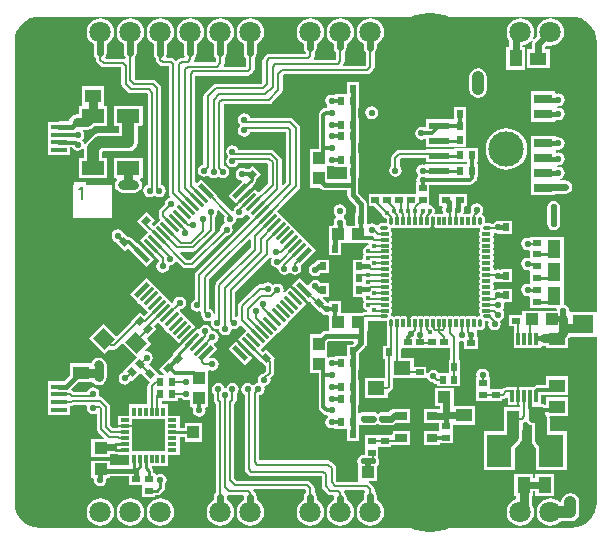
<source format=gtl>
G04 Layer_Physical_Order=1*
G04 Layer_Color=255*
%FSLAX44Y44*%
%MOMM*%
G71*
G01*
G75*
%ADD10R,1.4000X1.1000*%
%ADD11R,1.9000X1.2000*%
%ADD12R,1.4000X1.2000*%
G04:AMPARAMS|DCode=13|XSize=1.4mm|YSize=1.2mm|CornerRadius=0mm|HoleSize=0mm|Usage=FLASHONLY|Rotation=315.000|XOffset=0mm|YOffset=0mm|HoleType=Round|Shape=Rectangle|*
%AMROTATEDRECTD13*
4,1,4,-0.9192,0.0707,-0.0707,0.9192,0.9192,-0.0707,0.0707,-0.9192,-0.9192,0.0707,0.0*
%
%ADD13ROTATEDRECTD13*%

%ADD14R,0.9000X0.6900*%
%ADD15R,0.9900X0.6900*%
%ADD16R,0.3000X1.0000*%
%ADD17R,1.9000X1.7300*%
%ADD18R,0.6350X0.5000*%
%ADD19R,0.5000X0.6350*%
G04:AMPARAMS|DCode=20|XSize=0.635mm|YSize=0.5mm|CornerRadius=0mm|HoleSize=0mm|Usage=FLASHONLY|Rotation=45.000|XOffset=0mm|YOffset=0mm|HoleType=Round|Shape=Rectangle|*
%AMROTATEDRECTD20*
4,1,4,-0.0477,-0.4013,-0.4013,-0.0477,0.0477,0.4013,0.4013,0.0477,-0.0477,-0.4013,0.0*
%
%ADD20ROTATEDRECTD20*%

%ADD21R,1.1000X1.4000*%
%ADD22R,1.1000X1.0000*%
%ADD23R,1.0000X1.1000*%
G04:AMPARAMS|DCode=24|XSize=0.635mm|YSize=0.5mm|CornerRadius=0mm|HoleSize=0mm|Usage=FLASHONLY|Rotation=315.000|XOffset=0mm|YOffset=0mm|HoleType=Round|Shape=Rectangle|*
%AMROTATEDRECTD24*
4,1,4,-0.4013,0.0477,-0.0477,0.4013,0.4013,-0.0477,0.0477,-0.4013,-0.4013,0.0477,0.0*
%
%ADD24ROTATEDRECTD24*%

%ADD25R,1.9000X1.7500*%
%ADD26R,1.4000X0.4000*%
%ADD27R,1.4500X1.1500*%
%ADD28R,1.6000X0.8000*%
%ADD29R,3.0000X2.1000*%
%ADD30R,1.8000X0.6000*%
G04:AMPARAMS|DCode=31|XSize=0.6mm|YSize=1.8mm|CornerRadius=0.15mm|HoleSize=0mm|Usage=FLASHONLY|Rotation=90.000|XOffset=0mm|YOffset=0mm|HoleType=Round|Shape=RoundedRectangle|*
%AMROUNDEDRECTD31*
21,1,0.6000,1.5000,0,0,90.0*
21,1,0.3000,1.8000,0,0,90.0*
1,1,0.3000,0.7500,0.1500*
1,1,0.3000,0.7500,-0.1500*
1,1,0.3000,-0.7500,-0.1500*
1,1,0.3000,-0.7500,0.1500*
%
%ADD31ROUNDEDRECTD31*%
%ADD32R,2.6000X2.6000*%
%ADD33R,0.7500X0.3000*%
%ADD34R,0.3000X0.7500*%
%ADD35R,6.2000X6.2000*%
G04:AMPARAMS|DCode=36|XSize=0.28mm|YSize=0.69mm|CornerRadius=0.042mm|HoleSize=0mm|Usage=FLASHONLY|Rotation=90.000|XOffset=0mm|YOffset=0mm|HoleType=Round|Shape=RoundedRectangle|*
%AMROUNDEDRECTD36*
21,1,0.2800,0.6060,0,0,90.0*
21,1,0.1960,0.6900,0,0,90.0*
1,1,0.0840,0.3030,0.0980*
1,1,0.0840,0.3030,-0.0980*
1,1,0.0840,-0.3030,-0.0980*
1,1,0.0840,-0.3030,0.0980*
%
%ADD36ROUNDEDRECTD36*%
G04:AMPARAMS|DCode=37|XSize=0.28mm|YSize=0.64mm|CornerRadius=0.042mm|HoleSize=0mm|Usage=FLASHONLY|Rotation=90.000|XOffset=0mm|YOffset=0mm|HoleType=Round|Shape=RoundedRectangle|*
%AMROUNDEDRECTD37*
21,1,0.2800,0.5560,0,0,90.0*
21,1,0.1960,0.6400,0,0,90.0*
1,1,0.0840,0.2780,0.0980*
1,1,0.0840,0.2780,-0.0980*
1,1,0.0840,-0.2780,-0.0980*
1,1,0.0840,-0.2780,0.0980*
%
%ADD37ROUNDEDRECTD37*%
G04:AMPARAMS|DCode=38|XSize=0.28mm|YSize=0.69mm|CornerRadius=0.042mm|HoleSize=0mm|Usage=FLASHONLY|Rotation=0.000|XOffset=0mm|YOffset=0mm|HoleType=Round|Shape=RoundedRectangle|*
%AMROUNDEDRECTD38*
21,1,0.2800,0.6060,0,0,0.0*
21,1,0.1960,0.6900,0,0,0.0*
1,1,0.0840,0.0980,-0.3030*
1,1,0.0840,-0.0980,-0.3030*
1,1,0.0840,-0.0980,0.3030*
1,1,0.0840,0.0980,0.3030*
%
%ADD38ROUNDEDRECTD38*%
G04:AMPARAMS|DCode=39|XSize=0.28mm|YSize=0.64mm|CornerRadius=0.042mm|HoleSize=0mm|Usage=FLASHONLY|Rotation=0.000|XOffset=0mm|YOffset=0mm|HoleType=Round|Shape=RoundedRectangle|*
%AMROUNDEDRECTD39*
21,1,0.2800,0.5560,0,0,0.0*
21,1,0.1960,0.6400,0,0,0.0*
1,1,0.0840,0.0980,-0.2780*
1,1,0.0840,-0.0980,-0.2780*
1,1,0.0840,-0.0980,0.2780*
1,1,0.0840,0.0980,0.2780*
%
%ADD39ROUNDEDRECTD39*%
G04:AMPARAMS|DCode=40|XSize=1.5mm|YSize=0.28mm|CornerRadius=0mm|HoleSize=0mm|Usage=FLASHONLY|Rotation=45.000|XOffset=0mm|YOffset=0mm|HoleType=Round|Shape=Rectangle|*
%AMROTATEDRECTD40*
4,1,4,-0.4313,-0.6293,-0.6293,-0.4313,0.4313,0.6293,0.6293,0.4313,-0.4313,-0.6293,0.0*
%
%ADD40ROTATEDRECTD40*%

G04:AMPARAMS|DCode=41|XSize=1.5mm|YSize=0.4mm|CornerRadius=0mm|HoleSize=0mm|Usage=FLASHONLY|Rotation=45.000|XOffset=0mm|YOffset=0mm|HoleType=Round|Shape=Rectangle|*
%AMROTATEDRECTD41*
4,1,4,-0.3889,-0.6717,-0.6717,-0.3889,0.3889,0.6717,0.6717,0.3889,-0.3889,-0.6717,0.0*
%
%ADD41ROTATEDRECTD41*%

G04:AMPARAMS|DCode=42|XSize=1.5mm|YSize=0.28mm|CornerRadius=0mm|HoleSize=0mm|Usage=FLASHONLY|Rotation=315.000|XOffset=0mm|YOffset=0mm|HoleType=Round|Shape=Rectangle|*
%AMROTATEDRECTD42*
4,1,4,-0.6293,0.4313,-0.4313,0.6293,0.6293,-0.4313,0.4313,-0.6293,-0.6293,0.4313,0.0*
%
%ADD42ROTATEDRECTD42*%

G04:AMPARAMS|DCode=43|XSize=1.5mm|YSize=0.4mm|CornerRadius=0mm|HoleSize=0mm|Usage=FLASHONLY|Rotation=315.000|XOffset=0mm|YOffset=0mm|HoleType=Round|Shape=Rectangle|*
%AMROTATEDRECTD43*
4,1,4,-0.6717,0.3889,-0.3889,0.6717,0.6717,-0.3889,0.3889,-0.6717,-0.6717,0.3889,0.0*
%
%ADD43ROTATEDRECTD43*%

%ADD44R,2.1590X2.7430*%
%ADD45R,1.8000X1.6000*%
%ADD46R,1.1000X1.5000*%
%ADD47C,0.3000*%
%ADD48C,0.8000*%
%ADD49C,0.2000*%
%ADD50C,0.2500*%
%ADD51C,0.4000*%
%ADD52C,0.6000*%
%ADD53C,1.0000*%
%ADD54C,0.5500*%
%ADD55C,0.5000*%
%ADD56C,0.1500*%
%ADD57C,1.9000*%
%ADD58C,2.8000*%
%ADD59C,3.0000*%
%ADD60C,1.8000*%
%ADD61C,8.5000*%
%ADD62C,7.0000*%
%ADD63C,0.5500*%
%ADD64C,0.8000*%
%ADD65C,0.4000*%
G36*
X479185Y216041D02*
X483210Y214820D01*
X486919Y212838D01*
X490170Y210170D01*
X492838Y206919D01*
X494820Y203210D01*
X496041Y199185D01*
X496446Y195074D01*
X496431Y195000D01*
Y-33500D01*
X473500D01*
X473226Y-32363D01*
X472945Y-30952D01*
X471785Y-29215D01*
X470048Y-28055D01*
X468500Y-27747D01*
Y-11250D01*
X468500Y-10000D01*
X468500Y-8750D01*
Y8750D01*
X468500Y10000D01*
X468500D01*
Y10000D01*
X468500D01*
Y30000D01*
X452500D01*
X452500Y30000D01*
X451675D01*
Y30000D01*
X451250Y30000D01*
X440325D01*
Y30000D01*
X439075Y29139D01*
X438000Y29353D01*
X435952Y28945D01*
X434215Y27785D01*
X433055Y26048D01*
X432647Y24000D01*
X433055Y21952D01*
X434215Y20215D01*
X435952Y19055D01*
X438000Y18647D01*
X439075Y18861D01*
X440325Y17851D01*
Y13149D01*
X439075Y12139D01*
X438000Y12353D01*
X435952Y11945D01*
X434215Y10785D01*
X433055Y9048D01*
X432647Y7000D01*
X433055Y4952D01*
X434215Y3215D01*
X435952Y2055D01*
X438000Y1647D01*
X439075Y1861D01*
X440325Y851D01*
Y-8850D01*
X439075Y-9861D01*
X438000Y-9647D01*
X435952Y-10055D01*
X434215Y-11215D01*
X433055Y-12952D01*
X432647Y-15000D01*
X433055Y-17048D01*
X434215Y-18785D01*
X435952Y-19945D01*
X438000Y-20353D01*
X439075Y-20139D01*
X440325Y-21149D01*
Y-30000D01*
X451675D01*
Y-30000D01*
X452500D01*
Y-30000D01*
X462301D01*
X462995Y-31250D01*
X462747Y-32500D01*
X450500D01*
Y-32500D01*
X449500D01*
Y-32500D01*
X433500D01*
Y-36000D01*
X422325D01*
Y-46000D01*
X426431D01*
Y-49500D01*
X426000D01*
Y-64500D01*
X449000D01*
Y-63202D01*
X450250Y-62279D01*
X452000Y-62627D01*
X453500D01*
Y-64250D01*
X472500D01*
Y-56122D01*
X472686Y-55936D01*
X473646Y-54500D01*
X496431D01*
Y-195000D01*
X496446Y-195074D01*
X496041Y-199185D01*
X494820Y-203210D01*
X492838Y-206919D01*
X490170Y-210170D01*
X486919Y-212838D01*
X483210Y-214820D01*
X479185Y-216041D01*
X475074Y-216446D01*
X475000Y-216431D01*
X25000D01*
X24927Y-216446D01*
X20815Y-216041D01*
X16790Y-214820D01*
X13081Y-212838D01*
X9830Y-210170D01*
X7162Y-206919D01*
X5180Y-203210D01*
X3959Y-199185D01*
X3554Y-195074D01*
X3569Y-195000D01*
Y195000D01*
X3554Y195074D01*
X3959Y199185D01*
X5180Y203210D01*
X7162Y206919D01*
X9830Y210170D01*
X13081Y212838D01*
X16790Y214820D01*
X20815Y216041D01*
X24927Y216446D01*
X25000Y216431D01*
X475000D01*
X475074Y216446D01*
X479185Y216041D01*
D02*
G37*
%LPC*%
G36*
X91000Y36353D02*
X88952Y35945D01*
X87215Y34785D01*
X86055Y33048D01*
X85647Y31000D01*
X86055Y28952D01*
X87215Y27215D01*
X87981Y26703D01*
X88916Y25942D01*
X96942Y17916D01*
X99688Y20663D01*
X101385Y18966D01*
X101087Y18668D01*
X115229Y4525D01*
X121593Y10890D01*
X107451Y25032D01*
X107153Y24733D01*
X103538Y28348D01*
X102215Y29232D01*
X100654Y29543D01*
X100654Y29543D01*
X99457D01*
X95987Y33013D01*
Y33013D01*
X95319Y33986D01*
X94785Y34785D01*
X93048Y35945D01*
X91000Y36353D01*
D02*
G37*
G36*
X270000Y10675D02*
X260000D01*
Y9389D01*
X259244Y9239D01*
X257756Y8244D01*
X256582Y7071D01*
X255952Y6945D01*
X254215Y5785D01*
X253055Y4048D01*
X252647Y2000D01*
X253055Y-48D01*
X254215Y-1785D01*
X255952Y-2945D01*
X258000Y-3353D01*
X260048Y-2945D01*
X261785Y-1785D01*
X262527Y-675D01*
X270000D01*
Y10675D01*
D02*
G37*
G36*
X474000Y-187353D02*
X471074Y-187935D01*
X468593Y-189593D01*
X466935Y-192074D01*
X466482Y-194352D01*
X466095Y-194584D01*
X465134Y-194793D01*
X463000Y-193155D01*
X460202Y-191996D01*
X457200Y-191601D01*
X454198Y-191996D01*
X451400Y-193155D01*
X448998Y-194998D01*
X447155Y-197400D01*
X445996Y-200198D01*
X445601Y-203200D01*
X445996Y-206202D01*
X447155Y-209000D01*
X448998Y-211402D01*
X451400Y-213245D01*
X454198Y-214404D01*
X457200Y-214799D01*
X460202Y-214404D01*
X463000Y-213245D01*
X465402Y-211402D01*
X465828Y-210847D01*
X474000D01*
X476926Y-210265D01*
X479407Y-208607D01*
X481065Y-206126D01*
X481647Y-203200D01*
Y-195000D01*
X481065Y-192074D01*
X479407Y-189593D01*
X476926Y-187935D01*
X474000Y-187353D01*
D02*
G37*
G36*
X127000Y-191601D02*
X123998Y-191996D01*
X121200Y-193155D01*
X118798Y-194998D01*
X116955Y-197400D01*
X115796Y-200198D01*
X115401Y-203200D01*
X115796Y-206202D01*
X116955Y-209000D01*
X118798Y-211402D01*
X121200Y-213245D01*
X123998Y-214404D01*
X127000Y-214799D01*
X130002Y-214404D01*
X132800Y-213245D01*
X135202Y-211402D01*
X137045Y-209000D01*
X138204Y-206202D01*
X138599Y-203200D01*
X138204Y-200198D01*
X137045Y-197400D01*
X135202Y-194998D01*
X132800Y-193155D01*
X130002Y-191996D01*
X127000Y-191601D01*
D02*
G37*
G36*
X64380Y75998D02*
X54000D01*
Y74000D01*
X53000D01*
Y46000D01*
X86000D01*
Y74000D01*
X64380D01*
Y75998D01*
D02*
G37*
G36*
X101600Y-191601D02*
X98598Y-191996D01*
X95800Y-193155D01*
X93398Y-194998D01*
X91555Y-197400D01*
X90396Y-200198D01*
X90001Y-203200D01*
X90396Y-206202D01*
X91555Y-209000D01*
X93398Y-211402D01*
X95800Y-213245D01*
X98598Y-214404D01*
X101600Y-214799D01*
X104602Y-214404D01*
X107400Y-213245D01*
X109802Y-211402D01*
X111645Y-209000D01*
X112804Y-206202D01*
X113199Y-203200D01*
X112804Y-200198D01*
X111645Y-197400D01*
X109802Y-194998D01*
X107400Y-193155D01*
X104602Y-191996D01*
X101600Y-191601D01*
D02*
G37*
G36*
X460000Y60353D02*
X457952Y59945D01*
X456215Y58785D01*
X455055Y57048D01*
X454647Y55000D01*
Y48000D01*
Y41000D01*
X455055Y38952D01*
X456215Y37215D01*
X457952Y36055D01*
X460000Y35647D01*
X462048Y36055D01*
X463785Y37215D01*
X464945Y38952D01*
X465353Y41000D01*
Y48000D01*
Y55000D01*
X464945Y57048D01*
X463785Y58785D01*
X462048Y59945D01*
X460000Y60353D01*
D02*
G37*
G36*
X472500Y-88250D02*
X453500D01*
Y-95922D01*
X446000D01*
X446000Y-95922D01*
X444439Y-96232D01*
X443116Y-97116D01*
X443116Y-97116D01*
X442732Y-97500D01*
X431000D01*
Y-112500D01*
X431431D01*
Y-114500D01*
X417750D01*
Y-133500D01*
X418103D01*
Y-134785D01*
X400605D01*
Y-167215D01*
X427195D01*
Y-148519D01*
X431157Y-144557D01*
X431157Y-144557D01*
X432815Y-142076D01*
X433397Y-139150D01*
X433397Y-139150D01*
Y-133500D01*
X433750D01*
Y-127419D01*
X434366Y-127297D01*
X435523Y-126523D01*
X435685Y-126362D01*
X437159Y-126655D01*
X438035Y-127965D01*
X439854Y-129181D01*
X441353Y-129479D01*
Y-141900D01*
X441353Y-141900D01*
X441935Y-144826D01*
X443593Y-147307D01*
X444805Y-148519D01*
Y-167215D01*
X471395D01*
Y-134785D01*
X456647D01*
Y-124000D01*
X456392Y-122716D01*
X457185Y-121750D01*
X472500D01*
Y-105750D01*
X453500D01*
Y-111896D01*
X452250Y-112557D01*
X451146Y-111819D01*
X449000Y-111392D01*
Y-105394D01*
X449078Y-105000D01*
Y-104078D01*
X453500D01*
Y-104250D01*
X472500D01*
Y-88250D01*
D02*
G37*
G36*
X188000Y-93647D02*
X185952Y-94055D01*
X184215Y-95215D01*
X183055Y-96952D01*
X182690Y-98784D01*
X182000Y-98647D01*
X181310Y-98784D01*
X180945Y-96952D01*
X179785Y-95215D01*
X178048Y-94055D01*
X176000Y-93647D01*
X173952Y-94055D01*
X172215Y-95215D01*
X171055Y-96952D01*
X170647Y-99000D01*
X171055Y-101048D01*
X172215Y-102785D01*
X172431Y-102930D01*
Y-108000D01*
X172703Y-109366D01*
X173477Y-110523D01*
X174231Y-111278D01*
Y-185970D01*
X173835Y-186235D01*
X172619Y-188054D01*
X172192Y-190200D01*
Y-193075D01*
X172000Y-193155D01*
X169598Y-194998D01*
X167755Y-197400D01*
X166596Y-200198D01*
X166201Y-203200D01*
X166596Y-206202D01*
X167755Y-209000D01*
X169598Y-211402D01*
X172000Y-213245D01*
X174798Y-214404D01*
X177800Y-214799D01*
X180802Y-214404D01*
X183600Y-213245D01*
X186002Y-211402D01*
X187845Y-209000D01*
X189004Y-206202D01*
X189399Y-203200D01*
X189004Y-200198D01*
X187845Y-197400D01*
X186002Y-194998D01*
X183600Y-193155D01*
X183408Y-193075D01*
Y-190200D01*
X183255Y-189432D01*
X184331Y-188436D01*
X185000Y-188569D01*
X196932D01*
X197725Y-189535D01*
X197592Y-190200D01*
Y-193075D01*
X197400Y-193155D01*
X194998Y-194998D01*
X193155Y-197400D01*
X191996Y-200198D01*
X191601Y-203200D01*
X191996Y-206202D01*
X193155Y-209000D01*
X194998Y-211402D01*
X197400Y-213245D01*
X200198Y-214404D01*
X203200Y-214799D01*
X206202Y-214404D01*
X209000Y-213245D01*
X211402Y-211402D01*
X213245Y-209000D01*
X214404Y-206202D01*
X214799Y-203200D01*
X214404Y-200198D01*
X213245Y-197400D01*
X211402Y-194998D01*
X209000Y-193155D01*
X208808Y-193075D01*
Y-190200D01*
X208381Y-188054D01*
X207165Y-186235D01*
X206301Y-185658D01*
X206297Y-185634D01*
X205752Y-184819D01*
X206243Y-183569D01*
X249522D01*
X250431Y-184478D01*
Y-185770D01*
X250035Y-186035D01*
X248819Y-187854D01*
X248392Y-190000D01*
Y-193075D01*
X248200Y-193155D01*
X245798Y-194998D01*
X243955Y-197400D01*
X242796Y-200198D01*
X242401Y-203200D01*
X242796Y-206202D01*
X243955Y-209000D01*
X245798Y-211402D01*
X248200Y-213245D01*
X250998Y-214404D01*
X254000Y-214799D01*
X257002Y-214404D01*
X259800Y-213245D01*
X262202Y-211402D01*
X264045Y-209000D01*
X265204Y-206202D01*
X265599Y-203200D01*
X265204Y-200198D01*
X264045Y-197400D01*
X262202Y-194998D01*
X259800Y-193155D01*
X259608Y-193075D01*
Y-190000D01*
X259181Y-187854D01*
X257965Y-186035D01*
X257569Y-185770D01*
Y-183000D01*
X257297Y-181634D01*
X256523Y-180477D01*
X253523Y-177477D01*
X252366Y-176703D01*
X251000Y-176431D01*
X191478D01*
X189569Y-174522D01*
Y-111478D01*
X190523Y-110523D01*
X191297Y-109366D01*
X191569Y-108000D01*
Y-102930D01*
X191785Y-102785D01*
X192945Y-101048D01*
X193353Y-99000D01*
X192945Y-96952D01*
X191785Y-95215D01*
X190048Y-94055D01*
X188000Y-93647D01*
D02*
G37*
G36*
X400000Y-81647D02*
X397952Y-82055D01*
X396215Y-83215D01*
X395055Y-84952D01*
X394647Y-87000D01*
X394905Y-88294D01*
X394325Y-89000D01*
X394325D01*
Y-99000D01*
Y-109000D01*
X416675D01*
Y-107569D01*
X417000D01*
X418366Y-107297D01*
X419523Y-106523D01*
X419845Y-106202D01*
X421000Y-106680D01*
Y-112500D01*
X429000D01*
Y-97500D01*
X423345D01*
X423000Y-97431D01*
X420000D01*
X418634Y-97703D01*
X417658Y-98355D01*
X416675Y-99000D01*
X405675D01*
Y-89000D01*
X405675D01*
X405095Y-88294D01*
X405353Y-87000D01*
X404945Y-84952D01*
X403785Y-83215D01*
X402048Y-82055D01*
X400000Y-81647D01*
D02*
G37*
G36*
X190889Y-58407D02*
X184526Y-64771D01*
X198668Y-78913D01*
X205032Y-72549D01*
X190889Y-58407D01*
D02*
G37*
G36*
X115229Y-4525D02*
X101087Y-18668D01*
X107451Y-25032D01*
X109007Y-26587D01*
X116312Y-33893D01*
X113115Y-37090D01*
X110013Y-33987D01*
X101987Y-42013D01*
X102464Y-42490D01*
X89977Y-54977D01*
X78504Y-43504D01*
X66483Y-55525D01*
X79918Y-68960D01*
X83594Y-65284D01*
X83614Y-65297D01*
X84979Y-65569D01*
X88000D01*
X89366Y-65297D01*
X90523Y-64523D01*
X95023Y-60023D01*
X107330Y-72330D01*
X102330Y-77330D01*
X95259Y-84401D01*
Y-84401D01*
X94468Y-85378D01*
X93215Y-86215D01*
X92055Y-87952D01*
X91647Y-90000D01*
X92055Y-92048D01*
X93215Y-93785D01*
X94952Y-94945D01*
X97000Y-95353D01*
X99048Y-94945D01*
X100785Y-93785D01*
X101622Y-92532D01*
X103087Y-92229D01*
X103285Y-92427D01*
X110356Y-85356D01*
X117977Y-92977D01*
X116977Y-93977D01*
X116203Y-95134D01*
X115931Y-96500D01*
Y-111750D01*
X100500D01*
Y-121500D01*
X90750D01*
Y-129500D01*
X103250D01*
Y-124250D01*
X130750D01*
Y-129500D01*
Y-139500D01*
Y-151750D01*
X103250D01*
Y-144500D01*
Y-131500D01*
X90750D01*
Y-131931D01*
X86978D01*
X84569Y-129522D01*
Y-114000D01*
X84297Y-112634D01*
X83523Y-111477D01*
X78523Y-106477D01*
X77366Y-105703D01*
X76045Y-105440D01*
X75993Y-105422D01*
X75118Y-104181D01*
X75353Y-103000D01*
X74945Y-100952D01*
X73785Y-99215D01*
X72048Y-98055D01*
X70000Y-97647D01*
X67952Y-98055D01*
X66215Y-99215D01*
X65055Y-100952D01*
X64959Y-101431D01*
X53478D01*
X53023Y-100977D01*
X52135Y-100383D01*
X51748Y-99002D01*
X57750Y-93000D01*
X69500D01*
X70230Y-93600D01*
X70314Y-93686D01*
X70314Y-93686D01*
X72464Y-95123D01*
X75000Y-95627D01*
X77536Y-95123D01*
X79686Y-93686D01*
X81123Y-91536D01*
X81627Y-89000D01*
Y-79000D01*
X81123Y-76464D01*
X79686Y-74314D01*
X77536Y-72877D01*
X75000Y-72373D01*
X72464Y-72877D01*
X70314Y-74314D01*
X68877Y-76464D01*
X68770Y-77000D01*
X50500D01*
Y-87273D01*
X45361Y-92412D01*
X41000D01*
X40557Y-92500D01*
X31500D01*
Y-101500D01*
Y-108000D01*
Y-114500D01*
Y-121000D01*
X50500D01*
Y-113569D01*
X51000D01*
X52366Y-113297D01*
X53456Y-112569D01*
X63922D01*
X64882Y-113819D01*
X64647Y-115000D01*
X65055Y-117048D01*
X66215Y-118785D01*
X67952Y-119945D01*
X70000Y-120353D01*
X72048Y-119945D01*
X72329Y-119758D01*
X73431Y-120347D01*
Y-132657D01*
X73703Y-134023D01*
X74477Y-135180D01*
X79642Y-140345D01*
X79163Y-141500D01*
X68500D01*
Y-156500D01*
X84500D01*
Y-153608D01*
X87000D01*
X87309Y-153546D01*
X88037Y-154032D01*
X89500Y-154323D01*
X90750D01*
Y-154500D01*
X100500D01*
Y-163412D01*
X84500D01*
Y-159500D01*
X68500D01*
Y-174500D01*
X69960D01*
X70753Y-175466D01*
X70647Y-176000D01*
X71055Y-178048D01*
X72215Y-179785D01*
X73952Y-180945D01*
X76000Y-181353D01*
X78048Y-180945D01*
X79785Y-179785D01*
X80945Y-178048D01*
X81353Y-176000D01*
X81247Y-175466D01*
X82040Y-174500D01*
X84500D01*
Y-172588D01*
X100325D01*
Y-180000D01*
X111325D01*
Y-190000D01*
X122675D01*
Y-188823D01*
X124000D01*
X125463Y-188532D01*
X126704Y-187704D01*
X129704Y-184704D01*
X130532Y-183463D01*
X130823Y-182000D01*
Y-179727D01*
X131945Y-178048D01*
X132353Y-176000D01*
X131945Y-173952D01*
X130785Y-172215D01*
X129048Y-171055D01*
X127000Y-170647D01*
X124952Y-171055D01*
X123925Y-171741D01*
X122675Y-171072D01*
Y-170000D01*
X120823D01*
Y-168000D01*
X120532Y-166537D01*
X119840Y-165500D01*
X120216Y-164250D01*
X133500D01*
Y-154500D01*
X143250D01*
Y-149500D01*
Y-139323D01*
X147500D01*
Y-143500D01*
X162500D01*
Y-127500D01*
X147500D01*
Y-131677D01*
X143250D01*
Y-121500D01*
X133500D01*
Y-111750D01*
X128069D01*
Y-108675D01*
X142000D01*
Y-106569D01*
X145070D01*
X145215Y-106785D01*
X146952Y-107945D01*
X149000Y-108353D01*
X151048Y-107945D01*
X151398Y-107712D01*
X152500Y-108301D01*
Y-114500D01*
X153967D01*
X154896Y-115750D01*
X154647Y-117000D01*
X155055Y-119048D01*
X156215Y-120785D01*
X157952Y-121945D01*
X160000Y-122353D01*
X162048Y-121945D01*
X163785Y-120785D01*
X164945Y-119048D01*
X165353Y-117000D01*
X165104Y-115750D01*
X166033Y-114500D01*
X167500D01*
Y-98500D01*
X167500D01*
Y-97500D01*
X167500D01*
Y-83301D01*
X168602Y-82712D01*
X168952Y-82945D01*
X171000Y-83353D01*
X173048Y-82945D01*
X174785Y-81785D01*
X175945Y-80048D01*
X176353Y-78000D01*
X175945Y-75952D01*
X174785Y-74215D01*
X173048Y-73055D01*
X171000Y-72647D01*
X168952Y-73055D01*
X168176Y-72069D01*
X175474Y-64771D01*
X172110Y-61406D01*
X172521Y-60050D01*
X173048Y-59945D01*
X174785Y-58785D01*
X175945Y-57048D01*
X176353Y-55000D01*
X175945Y-52952D01*
X174785Y-51215D01*
X173048Y-50055D01*
X171000Y-49647D01*
X170310Y-49784D01*
X169945Y-47952D01*
X168785Y-46215D01*
X167048Y-45055D01*
X165000Y-44647D01*
X162952Y-45055D01*
X161215Y-46215D01*
X160202Y-47731D01*
X158840Y-48137D01*
X158504Y-47800D01*
X144362Y-61943D01*
X144416Y-61997D01*
X138832Y-67581D01*
X138003Y-68821D01*
X137712Y-70284D01*
Y-70288D01*
X134013Y-73987D01*
X125987Y-82013D01*
X130145Y-86170D01*
X129666Y-87325D01*
X125858D01*
X125427Y-86285D01*
Y-86285D01*
X117648Y-78506D01*
X117586Y-78210D01*
X117619Y-77664D01*
X117875Y-76965D01*
X119128Y-76128D01*
X120288Y-74392D01*
X120696Y-72343D01*
X120288Y-70295D01*
X119128Y-68558D01*
X117392Y-67398D01*
X115343Y-66990D01*
X114626Y-67133D01*
X114010Y-65981D01*
X119516Y-60475D01*
X116212Y-57170D01*
X115987Y-56013D01*
X124013Y-47987D01*
X121697Y-45672D01*
X124894Y-42475D01*
X130220Y-47800D01*
X133755Y-51336D01*
X142806Y-60387D01*
X156948Y-46245D01*
X151433Y-40729D01*
X149877Y-39174D01*
X143260Y-32557D01*
X143291Y-32282D01*
X143753Y-31281D01*
X145442Y-30945D01*
X147178Y-29785D01*
X148339Y-28048D01*
X148746Y-26000D01*
X148339Y-23952D01*
X147178Y-22215D01*
X145442Y-21055D01*
X143393Y-20647D01*
X141345Y-21055D01*
X139608Y-22215D01*
X138448Y-23952D01*
X138112Y-25641D01*
X137112Y-26103D01*
X136837Y-26133D01*
X133755Y-23052D01*
X126684Y-15981D01*
X125128Y-14425D01*
X119613Y-8910D01*
X115229Y-4525D01*
D02*
G37*
G36*
X460250Y-170500D02*
X444250D01*
Y-174392D01*
X442750D01*
Y-170500D01*
X426750D01*
Y-189500D01*
X428123D01*
Y-192276D01*
X426000Y-193155D01*
X423598Y-194998D01*
X421755Y-197400D01*
X420596Y-200198D01*
X420201Y-203200D01*
X420596Y-206202D01*
X421755Y-209000D01*
X423598Y-211402D01*
X426000Y-213245D01*
X428798Y-214404D01*
X431800Y-214799D01*
X434802Y-214404D01*
X437600Y-213245D01*
X440002Y-211402D01*
X441845Y-209000D01*
X443004Y-206202D01*
X443399Y-203200D01*
X443004Y-200198D01*
X441845Y-197400D01*
X441377Y-196791D01*
Y-189500D01*
X442750D01*
Y-185608D01*
X444250D01*
Y-189500D01*
X460250D01*
Y-170500D01*
D02*
G37*
G36*
X375500Y-98500D02*
X359500D01*
Y-113500D01*
X363392D01*
Y-115550D01*
X349950D01*
Y-127450D01*
X363325D01*
Y-134550D01*
X349950D01*
Y-146450D01*
X363950D01*
Y-145000D01*
X374675D01*
Y-135000D01*
Y-129250D01*
X393500D01*
Y-113250D01*
X375500D01*
Y-98500D01*
D02*
G37*
G36*
X112000Y96500D02*
X88000D01*
Y79500D01*
X89453D01*
X90022Y78250D01*
X88877Y76536D01*
X88373Y74000D01*
X88877Y71464D01*
X90314Y69314D01*
X92464Y67877D01*
X95000Y67373D01*
X105000D01*
X107536Y67877D01*
X109686Y69314D01*
X111123Y71464D01*
X111627Y74000D01*
X111123Y76536D01*
X109978Y78250D01*
X110547Y79500D01*
X112000D01*
Y96500D01*
D02*
G37*
G36*
X295000Y160675D02*
X285000D01*
Y150675D01*
X275000D01*
Y150675D01*
X273750Y150005D01*
X272000Y150353D01*
X269952Y149945D01*
X268215Y148785D01*
X267055Y147048D01*
X266647Y145000D01*
X267055Y142952D01*
X268215Y141215D01*
X268238Y141200D01*
X268353Y139685D01*
X267729Y139078D01*
X267000D01*
X265439Y138768D01*
X264116Y137884D01*
X264116Y137884D01*
X262116Y135884D01*
X261232Y134561D01*
X260922Y133000D01*
X260922Y133000D01*
Y104500D01*
X253500D01*
Y88500D01*
X253500D01*
Y87500D01*
X253500D01*
Y71500D01*
X262511D01*
X263256Y70756D01*
X264744Y69761D01*
X266500Y69412D01*
X285412D01*
Y65000D01*
X285761Y63244D01*
X286756Y61756D01*
X292412Y56100D01*
Y49675D01*
X292000D01*
Y39500D01*
X286750D01*
X286500Y39500D01*
X285500D01*
X285033Y39500D01*
X284104Y40750D01*
X284353Y42000D01*
X283945Y44048D01*
X282785Y45785D01*
X282092Y46248D01*
Y47752D01*
X282785Y48215D01*
X283945Y49952D01*
X284353Y52000D01*
X283945Y54048D01*
X282785Y55785D01*
X281048Y56945D01*
X279000Y57353D01*
X276952Y56945D01*
X275215Y55785D01*
X274055Y54048D01*
X273647Y52000D01*
X274055Y49952D01*
X275215Y48215D01*
X275908Y47752D01*
Y46248D01*
X275215Y45785D01*
X274055Y44048D01*
X273647Y42000D01*
X273896Y40750D01*
X272967Y39500D01*
X269500D01*
Y24500D01*
X270000D01*
Y14325D01*
X280000D01*
Y24500D01*
X285250D01*
X285500Y24500D01*
X286500D01*
X286750Y24500D01*
X302500D01*
Y24500D01*
X303072Y24445D01*
X303855Y23223D01*
X303709Y22487D01*
X303200Y22588D01*
X301444Y22239D01*
X299956Y21244D01*
X298961Y19756D01*
X298612Y18000D01*
X298961Y16244D01*
X299792Y15000D01*
X298961Y13756D01*
X298612Y12000D01*
X298683Y11641D01*
X297890Y10675D01*
X290000D01*
Y-675D01*
Y-10675D01*
Y-20675D01*
X297690D01*
X298483Y-21641D01*
X298412Y-22000D01*
X298761Y-23756D01*
X299592Y-25000D01*
X298761Y-26244D01*
X298412Y-28000D01*
X298761Y-29756D01*
X299756Y-31244D01*
X301244Y-32239D01*
X302146Y-32418D01*
X302240Y-32681D01*
X301360Y-33931D01*
X299000D01*
X297634Y-34203D01*
X297190Y-34500D01*
X286500D01*
Y-34500D01*
X285500D01*
Y-34500D01*
X280000D01*
Y-24325D01*
X270000D01*
Y-25060D01*
X269034Y-25853D01*
X268000Y-25647D01*
X267824Y-25682D01*
X263972Y-21830D01*
X264450Y-20675D01*
X270000D01*
Y-9325D01*
X262527D01*
X261785Y-8215D01*
X260048Y-7055D01*
X258000Y-6647D01*
X255952Y-7055D01*
X254215Y-8215D01*
X253055Y-9952D01*
X252874Y-10861D01*
X251518Y-11272D01*
X244771Y-4525D01*
X238407Y-10890D01*
X252549Y-25032D01*
X253208Y-24373D01*
X254405Y-25570D01*
X253987Y-25987D01*
X262013Y-34013D01*
X262032Y-33994D01*
X263187Y-33884D01*
X263956Y-34398D01*
X264215Y-34785D01*
X265952Y-35945D01*
X268000Y-36353D01*
X268534Y-36247D01*
X269500Y-37040D01*
Y-49412D01*
X267500D01*
X265744Y-49761D01*
X264256Y-50756D01*
X262511Y-52500D01*
X253500D01*
Y-68500D01*
X253500D01*
Y-69500D01*
X253500D01*
Y-85500D01*
X260922D01*
Y-87000D01*
Y-114000D01*
X260922Y-114000D01*
X261232Y-115561D01*
X262116Y-116884D01*
X265116Y-119884D01*
X265116Y-119884D01*
X266439Y-120768D01*
X268000Y-121078D01*
X268638Y-121628D01*
X268583Y-122969D01*
X268215Y-123215D01*
X267055Y-124952D01*
X266647Y-127000D01*
X267055Y-129048D01*
X268215Y-130785D01*
X269952Y-131945D01*
X272000Y-132353D01*
X273750Y-132005D01*
X275000Y-132675D01*
Y-132675D01*
X285000D01*
Y-142675D01*
X295000D01*
Y-129445D01*
X296250Y-128777D01*
X296854Y-129181D01*
X299000Y-129608D01*
X307000D01*
X309146Y-129181D01*
X309974Y-128628D01*
X311000Y-127987D01*
X312026Y-128628D01*
X312854Y-129181D01*
X315000Y-129608D01*
X322000D01*
X324146Y-129181D01*
X325965Y-127965D01*
X326481Y-127450D01*
X338500D01*
Y-115550D01*
X323600D01*
Y-116071D01*
X322354Y-116319D01*
X320535Y-117535D01*
X319677Y-118392D01*
X315000D01*
X312854Y-118819D01*
X311035Y-120035D01*
X310965D01*
X309146Y-118819D01*
X307000Y-118392D01*
X299000D01*
X296854Y-118819D01*
X295838Y-119498D01*
X294588Y-118830D01*
Y-112675D01*
X295000D01*
Y-102675D01*
Y-91325D01*
X294588D01*
Y-82675D01*
X295000D01*
Y-72675D01*
Y-68489D01*
X300244Y-63244D01*
X300625Y-62675D01*
X302000D01*
Y-51325D01*
X301588D01*
Y-49500D01*
X302500D01*
Y-41069D01*
X312538D01*
X312781Y-41231D01*
X313920Y-41457D01*
X318543D01*
Y-46080D01*
X318769Y-47219D01*
X318931Y-47462D01*
Y-62277D01*
X315431D01*
Y-73627D01*
X316863D01*
Y-89952D01*
X300431D01*
Y-106952D01*
X319431D01*
Y-101921D01*
X320297Y-101749D01*
X321455Y-100975D01*
X322955Y-99475D01*
X323728Y-98317D01*
X324000Y-96952D01*
Y-89951D01*
X340756D01*
Y-89952D01*
X352106D01*
X352106Y-89952D01*
X353216Y-90290D01*
X354215Y-91785D01*
X355952Y-92945D01*
X358000Y-93353D01*
X358255Y-93302D01*
X358477Y-93523D01*
X359634Y-94297D01*
X361000Y-94569D01*
Y-96675D01*
X381000D01*
Y-85675D01*
Y-74325D01*
X379569D01*
Y-59078D01*
X380819Y-58118D01*
X382000Y-58353D01*
X383075Y-58139D01*
X384325Y-59149D01*
Y-65000D01*
X395675D01*
Y-55000D01*
X395675D01*
X395095Y-54294D01*
X395353Y-53000D01*
X394945Y-50952D01*
X394772Y-50692D01*
X395159Y-49285D01*
X395823Y-48918D01*
X396520Y-49057D01*
X398480D01*
X399619Y-48831D01*
X400585Y-48185D01*
X401231Y-47219D01*
X401457Y-46080D01*
Y-41457D01*
X404010D01*
X404963Y-42410D01*
X404647Y-44000D01*
X405055Y-46048D01*
X406215Y-47785D01*
X407952Y-48945D01*
X410000Y-49353D01*
X412048Y-48945D01*
X413785Y-47785D01*
X414945Y-46048D01*
X415353Y-44000D01*
X414945Y-41952D01*
X415552Y-40609D01*
X416785Y-39785D01*
X417945Y-38048D01*
X418353Y-36000D01*
X417945Y-33952D01*
X416785Y-32215D01*
Y-31785D01*
X417945Y-30048D01*
X418353Y-28000D01*
X418069Y-26572D01*
X418914Y-25322D01*
X425000D01*
Y-13972D01*
X415000D01*
Y-13972D01*
X414294Y-14552D01*
X413000Y-14294D01*
X410952Y-14702D01*
X410129Y-15251D01*
X409805Y-15285D01*
X408928Y-14380D01*
X409107Y-13480D01*
Y-11520D01*
X408881Y-10381D01*
X408626Y-10000D01*
X408881Y-9619D01*
X409107Y-8480D01*
Y-8216D01*
X410357Y-7548D01*
X410952Y-7945D01*
X413000Y-8353D01*
X414294Y-8095D01*
X415000Y-8675D01*
Y-8675D01*
X425000D01*
Y2675D01*
X415000D01*
Y2675D01*
X414294Y2095D01*
X413000Y2353D01*
X410952Y1945D01*
X410357Y1548D01*
X409107Y2216D01*
Y3480D01*
X408881Y4619D01*
X408626Y5000D01*
X408881Y5381D01*
X409107Y6520D01*
Y8480D01*
X408881Y9619D01*
X408626Y10000D01*
X408881Y10381D01*
X409107Y11520D01*
Y13480D01*
X408881Y14619D01*
X408626Y15000D01*
X408881Y15381D01*
X409107Y16520D01*
Y18480D01*
X408881Y19619D01*
X408626Y20000D01*
X408881Y20381D01*
X409107Y21520D01*
Y23480D01*
X408881Y24619D01*
X408626Y25000D01*
X408881Y25381D01*
X409107Y26520D01*
Y28480D01*
X408881Y29619D01*
X408626Y30000D01*
X408881Y30381D01*
X409107Y31520D01*
Y32784D01*
X410357Y33452D01*
X410952Y33055D01*
X413000Y32647D01*
X414294Y32905D01*
X415000Y32325D01*
Y32325D01*
X425000D01*
Y43675D01*
X415000D01*
Y43675D01*
X414294Y43095D01*
X413000Y43353D01*
X410952Y42945D01*
X409215Y41785D01*
X408736Y41069D01*
X407462D01*
X407219Y41231D01*
X406080Y41457D01*
X401457D01*
Y46080D01*
X401231Y47219D01*
X400585Y48185D01*
X399619Y48831D01*
X399408Y50147D01*
X399945Y50952D01*
X400353Y53000D01*
X399945Y55048D01*
X398785Y56785D01*
X397048Y57945D01*
X395000Y58353D01*
X392952Y57945D01*
X391215Y56785D01*
X390055Y55048D01*
X389647Y53000D01*
X390055Y50952D01*
X390195Y50742D01*
X389977Y50523D01*
X389203Y49366D01*
X389126Y48979D01*
X388480Y49107D01*
X386520D01*
X385381Y48881D01*
X385295Y48823D01*
X384011Y49226D01*
X383529Y50234D01*
X383533Y50335D01*
X383945Y50952D01*
X384353Y53000D01*
X384005Y54750D01*
X384520Y55679D01*
X384813Y56000D01*
X386675D01*
Y66000D01*
X375325D01*
Y66000D01*
X374675D01*
Y66000D01*
X363325D01*
Y56000D01*
X365187D01*
X365480Y55679D01*
X365995Y54750D01*
X365647Y53000D01*
X366055Y50952D01*
X366467Y50335D01*
X366471Y50234D01*
X365988Y49226D01*
X364705Y48823D01*
X364619Y48881D01*
X363480Y49107D01*
X361520D01*
X360381Y48881D01*
X359115Y49538D01*
X359032Y49934D01*
X359239Y50244D01*
X359588Y52000D01*
X359239Y53756D01*
X358244Y55244D01*
X356756Y56239D01*
X355000Y56588D01*
X354675Y56855D01*
Y66000D01*
Y73922D01*
X389000D01*
X389000Y73922D01*
X390561Y74232D01*
X391884Y75116D01*
X393884Y77116D01*
X393884Y77116D01*
X394768Y78439D01*
X395078Y80000D01*
Y80356D01*
X396000D01*
Y91706D01*
X395109D01*
Y93356D01*
X396000D01*
Y104705D01*
X376000D01*
Y102473D01*
X374500D01*
Y104150D01*
X351500D01*
Y103569D01*
X329000D01*
X327634Y103297D01*
X326477Y102523D01*
X323477Y99523D01*
X322703Y98366D01*
X322431Y97000D01*
Y89930D01*
X322215Y89785D01*
X321055Y88048D01*
X320647Y86000D01*
X321055Y83952D01*
X322215Y82215D01*
X323952Y81055D01*
X326000Y80647D01*
X328048Y81055D01*
X329785Y82215D01*
X330945Y83952D01*
X331353Y86000D01*
X330945Y88048D01*
X329785Y89785D01*
X329569Y89930D01*
Y95522D01*
X330478Y96431D01*
X351500D01*
Y93150D01*
X374500D01*
Y94827D01*
X376000D01*
Y93356D01*
X386952D01*
Y91706D01*
X376000D01*
Y89773D01*
X374500D01*
Y91450D01*
X351500D01*
Y91450D01*
X350250Y91104D01*
X349000Y91353D01*
X346952Y90945D01*
X345215Y89785D01*
X344055Y88048D01*
X343647Y86000D01*
X344055Y83952D01*
X345215Y82215D01*
Y81785D01*
X344055Y80048D01*
X343647Y78000D01*
X343904Y76706D01*
X343325Y76000D01*
X343325D01*
Y66000D01*
X303325D01*
Y56000D01*
X307953D01*
X314526Y49428D01*
X314761Y48244D01*
X315756Y46756D01*
X317244Y45761D01*
X318428Y45526D01*
X318543Y45410D01*
Y41457D01*
X313920D01*
X312781Y41231D01*
X311815Y40585D01*
X311284Y39791D01*
X310488Y39620D01*
X309895Y39620D01*
X309785Y39785D01*
X308048Y40945D01*
X306000Y41353D01*
X303952Y40945D01*
X303250Y40477D01*
X302000Y41145D01*
Y49675D01*
X301588D01*
Y58000D01*
X301239Y59756D01*
X300244Y61244D01*
X294588Y66901D01*
Y79325D01*
X295000D01*
Y89325D01*
Y100675D01*
X294588D01*
Y109325D01*
X295000D01*
Y119325D01*
Y130675D01*
X294588D01*
Y139325D01*
X295000D01*
Y149325D01*
Y160675D01*
D02*
G37*
G36*
X396000Y172647D02*
X393074Y172065D01*
X390593Y170407D01*
X388935Y167926D01*
X388353Y165000D01*
Y155000D01*
X388935Y152074D01*
X390593Y149593D01*
X393074Y147935D01*
X396000Y147353D01*
X398926Y147935D01*
X401407Y149593D01*
X403065Y152074D01*
X403647Y155000D01*
Y165000D01*
X403065Y167926D01*
X401407Y170407D01*
X398926Y172065D01*
X396000Y172647D01*
D02*
G37*
G36*
X461500Y153000D02*
X440500D01*
Y140000D01*
Y127500D01*
X461500D01*
Y127967D01*
X462750Y128896D01*
X464000Y128647D01*
X466048Y129055D01*
X467785Y130215D01*
X468945Y131952D01*
X469353Y134000D01*
X468945Y136048D01*
X467785Y137785D01*
X466048Y138945D01*
X464000Y139353D01*
X463823Y139318D01*
X462991Y140000D01*
X463823Y140682D01*
X464000Y140647D01*
X466048Y141055D01*
X467785Y142215D01*
X468945Y143952D01*
X469353Y146000D01*
X468945Y148048D01*
X467785Y149785D01*
X466048Y150945D01*
X464000Y151353D01*
X462750Y151104D01*
X461500Y152033D01*
Y153000D01*
D02*
G37*
G36*
X203200Y214799D02*
X200198Y214404D01*
X197400Y213245D01*
X194998Y211402D01*
X193155Y209000D01*
X191996Y206202D01*
X191601Y203200D01*
X191996Y200198D01*
X193155Y197400D01*
X194998Y194998D01*
X197400Y193155D01*
X197592Y193075D01*
Y185200D01*
X198019Y183054D01*
X199235Y181235D01*
X199631Y180970D01*
Y173678D01*
X199522Y173569D01*
X181342D01*
X180686Y174819D01*
X181097Y175434D01*
X181369Y176800D01*
Y180970D01*
X181765Y181235D01*
X182981Y183054D01*
X183408Y185200D01*
Y193075D01*
X183600Y193155D01*
X186002Y194998D01*
X187845Y197400D01*
X189004Y200198D01*
X189399Y203200D01*
X189004Y206202D01*
X187845Y209000D01*
X186002Y211402D01*
X183600Y213245D01*
X180802Y214404D01*
X177800Y214799D01*
X174798Y214404D01*
X172000Y213245D01*
X169598Y211402D01*
X167755Y209000D01*
X166596Y206202D01*
X166201Y203200D01*
X166596Y200198D01*
X167755Y197400D01*
X169598Y194998D01*
X172000Y193155D01*
X172192Y193075D01*
Y185200D01*
X172619Y183054D01*
X173835Y181235D01*
X174231Y180970D01*
Y178278D01*
X173522Y177569D01*
X156221D01*
X155553Y178819D01*
X155697Y179034D01*
X155969Y180400D01*
Y181170D01*
X156365Y181435D01*
X157581Y183254D01*
X158008Y185400D01*
Y193075D01*
X158200Y193155D01*
X160602Y194998D01*
X162445Y197400D01*
X163604Y200198D01*
X163999Y203200D01*
X163604Y206202D01*
X162445Y209000D01*
X160602Y211402D01*
X158200Y213245D01*
X155402Y214404D01*
X152400Y214799D01*
X149398Y214404D01*
X146600Y213245D01*
X144198Y211402D01*
X142355Y209000D01*
X141196Y206202D01*
X140801Y203200D01*
X141196Y200198D01*
X142355Y197400D01*
X144198Y194998D01*
X146600Y193155D01*
X146792Y193075D01*
Y185400D01*
X147219Y183254D01*
X147609Y182671D01*
X147020Y181569D01*
X145000D01*
X143634Y181297D01*
X142477Y180523D01*
X140500Y178547D01*
X138523Y180523D01*
X137366Y181297D01*
X136000Y181569D01*
X132648D01*
X132059Y182671D01*
X132181Y182854D01*
X132608Y185000D01*
Y193075D01*
X132800Y193155D01*
X135202Y194998D01*
X137045Y197400D01*
X138204Y200198D01*
X138599Y203200D01*
X138204Y206202D01*
X137045Y209000D01*
X135202Y211402D01*
X132800Y213245D01*
X130002Y214404D01*
X127000Y214799D01*
X123998Y214404D01*
X121200Y213245D01*
X118798Y211402D01*
X116955Y209000D01*
X115796Y206202D01*
X115401Y203200D01*
X115796Y200198D01*
X116955Y197400D01*
X118798Y194998D01*
X121200Y193155D01*
X121392Y193075D01*
Y185000D01*
X121819Y182854D01*
X123035Y181035D01*
X123431Y180770D01*
Y180000D01*
X123703Y178634D01*
X124477Y177477D01*
X126477Y175477D01*
X127634Y174703D01*
X129000Y174431D01*
X134431D01*
Y66749D01*
X134703Y65383D01*
X135301Y64488D01*
X135100Y63592D01*
X134817Y63117D01*
X133952Y62945D01*
X132215Y61785D01*
X131055Y60048D01*
X130647Y58000D01*
X130698Y57745D01*
X126477Y53523D01*
X125703Y52366D01*
X125431Y51000D01*
Y47464D01*
X125703Y46099D01*
X126477Y44941D01*
X126918Y44499D01*
X121233Y38814D01*
X119094Y40952D01*
X122084Y43942D01*
X115013Y51013D01*
X106987Y42987D01*
X110970Y39005D01*
X111012Y38941D01*
X116186Y33767D01*
X109007Y26587D01*
X123149Y12445D01*
X123383Y12680D01*
X125431Y10631D01*
Y8930D01*
X125215Y8785D01*
X124055Y7048D01*
X123647Y5000D01*
X124055Y2952D01*
X125215Y1215D01*
X126952Y55D01*
X129000Y-353D01*
X131048Y55D01*
X132785Y1215D01*
X133945Y2952D01*
X134353Y5000D01*
X135000Y5647D01*
X137048Y6055D01*
X138785Y7215D01*
X139761Y8676D01*
X141144Y9060D01*
X145728Y4477D01*
X146886Y3703D01*
X148251Y3431D01*
X154000D01*
X155366Y3703D01*
X156523Y4477D01*
X182745Y30698D01*
X183000Y30647D01*
X185048Y31055D01*
X186785Y32215D01*
X187945Y33952D01*
X188353Y36000D01*
X187945Y38048D01*
X187526Y38676D01*
X188048Y40055D01*
X189785Y41215D01*
X190945Y42952D01*
X191353Y45000D01*
X191338Y45076D01*
X192437Y45958D01*
X194000Y45647D01*
X196048Y46055D01*
X197785Y47215D01*
X198798Y48731D01*
X199758Y49017D01*
X200241Y49056D01*
X203286Y46010D01*
X157477Y201D01*
X156703Y-957D01*
X156431Y-2322D01*
Y-22959D01*
X155952Y-23055D01*
X154215Y-24215D01*
X153055Y-25952D01*
X152647Y-28000D01*
X153055Y-30048D01*
X154215Y-31785D01*
X155952Y-32945D01*
X158000Y-33353D01*
X160048Y-32945D01*
X160329Y-32758D01*
X161431Y-33347D01*
Y-34000D01*
X161703Y-35366D01*
X161757Y-35447D01*
X161647Y-36000D01*
X162055Y-38048D01*
X163215Y-39785D01*
X164952Y-40945D01*
X167000Y-41353D01*
X168770Y-41001D01*
X169556Y-41540D01*
X169865Y-41903D01*
X169647Y-43000D01*
X170055Y-45048D01*
X171215Y-46785D01*
X172952Y-47945D01*
X175000Y-48353D01*
X176652Y-48024D01*
X177055Y-50048D01*
X178215Y-51785D01*
X179952Y-52945D01*
X182000Y-53353D01*
X184048Y-52945D01*
X185785Y-51785D01*
X186945Y-50048D01*
X187348Y-48024D01*
X189000Y-48353D01*
X191048Y-47945D01*
X192785Y-46785D01*
X193761Y-45324D01*
X195144Y-44940D01*
X199750Y-49546D01*
X192445Y-56851D01*
X206587Y-70993D01*
X206822Y-70759D01*
X211050Y-74988D01*
X212208Y-75761D01*
X212899Y-75899D01*
X216431Y-79431D01*
Y-83522D01*
X214134Y-85820D01*
X212952Y-86055D01*
X211215Y-87215D01*
X210055Y-88952D01*
X209647Y-91000D01*
X209942Y-92481D01*
X209973Y-93113D01*
X209074Y-93831D01*
X207952Y-94055D01*
X206215Y-95215D01*
X206125Y-95350D01*
X204875D01*
X204785Y-95215D01*
X203048Y-94055D01*
X201000Y-93647D01*
X198952Y-94055D01*
X197215Y-95215D01*
X196055Y-96952D01*
X195647Y-99000D01*
X196055Y-101048D01*
X197215Y-102785D01*
X198431Y-103598D01*
Y-167000D01*
X198703Y-168366D01*
X199477Y-169523D01*
X201477Y-171523D01*
X202634Y-172297D01*
X204000Y-172569D01*
X263431D01*
Y-181000D01*
X263703Y-182366D01*
X264477Y-183523D01*
X268477Y-187523D01*
X269634Y-188297D01*
X271000Y-188569D01*
X273422D01*
X274147Y-189819D01*
X273792Y-191601D01*
Y-193075D01*
X273600Y-193155D01*
X271198Y-194998D01*
X269355Y-197400D01*
X268196Y-200198D01*
X267801Y-203200D01*
X268196Y-206202D01*
X269355Y-209000D01*
X271198Y-211402D01*
X273600Y-213245D01*
X276398Y-214404D01*
X279400Y-214799D01*
X282402Y-214404D01*
X285200Y-213245D01*
X287602Y-211402D01*
X289445Y-209000D01*
X290604Y-206202D01*
X290999Y-203200D01*
X290604Y-200198D01*
X289445Y-197400D01*
X287602Y-194998D01*
X285200Y-193155D01*
X285008Y-193075D01*
Y-191601D01*
X284581Y-189455D01*
X283365Y-187635D01*
X282962Y-187366D01*
X282697Y-186034D01*
X282553Y-185819D01*
X283221Y-184569D01*
X299776D01*
X300445Y-185819D01*
X299619Y-187054D01*
X299192Y-189200D01*
Y-193075D01*
X299000Y-193155D01*
X296598Y-194998D01*
X294755Y-197400D01*
X293596Y-200198D01*
X293201Y-203200D01*
X293596Y-206202D01*
X294755Y-209000D01*
X296598Y-211402D01*
X299000Y-213245D01*
X301798Y-214404D01*
X304800Y-214799D01*
X307802Y-214404D01*
X310600Y-213245D01*
X313002Y-211402D01*
X314845Y-209000D01*
X316004Y-206202D01*
X316399Y-203200D01*
X316004Y-200198D01*
X314845Y-197400D01*
X313002Y-194998D01*
X310600Y-193155D01*
X310408Y-193075D01*
Y-189200D01*
X309981Y-187054D01*
X308765Y-185235D01*
X308369Y-184970D01*
Y-183800D01*
X308097Y-182434D01*
X307323Y-181277D01*
X304523Y-178477D01*
X303436Y-177750D01*
X303421Y-177658D01*
X304009Y-176500D01*
X310500D01*
Y-163976D01*
X310785Y-163785D01*
X311945Y-162048D01*
X312353Y-160000D01*
X311945Y-157952D01*
X311675Y-157547D01*
Y-148000D01*
X322675D01*
Y-146569D01*
X328550D01*
X329146Y-146450D01*
X338500D01*
Y-134550D01*
X323600D01*
Y-137215D01*
X322675Y-138000D01*
X311325D01*
Y-138000D01*
X300325D01*
Y-148000D01*
Y-154647D01*
X299000D01*
X296952Y-155055D01*
X295215Y-156215D01*
X294055Y-157952D01*
X293647Y-160000D01*
X294055Y-162048D01*
X294500Y-162715D01*
Y-176181D01*
X294500Y-176500D01*
X293731Y-177431D01*
X276478D01*
X275569Y-176522D01*
Y-166000D01*
X275297Y-164634D01*
X274523Y-163477D01*
X271523Y-160477D01*
X270366Y-159703D01*
X269000Y-159431D01*
X210569D01*
Y-104240D01*
X212048Y-103945D01*
X213785Y-102785D01*
X214945Y-101048D01*
X215353Y-99000D01*
X215058Y-97519D01*
X215027Y-96887D01*
X215926Y-96169D01*
X217048Y-95945D01*
X218785Y-94785D01*
X219945Y-93048D01*
X220353Y-91000D01*
X220136Y-89911D01*
X222523Y-87523D01*
X223297Y-86366D01*
X223569Y-85000D01*
Y-75929D01*
X223297Y-74563D01*
X222963Y-74063D01*
X224084Y-72942D01*
X216058Y-64916D01*
X213565Y-67409D01*
X211868Y-65712D01*
X220729Y-56851D01*
X226245Y-51336D01*
X231336Y-46245D01*
X234872Y-42709D01*
X241943Y-35638D01*
X250993Y-26587D01*
X236851Y-12445D01*
X232213Y-17084D01*
X231061Y-16468D01*
X231353Y-15000D01*
X230945Y-12952D01*
X229785Y-11215D01*
X228048Y-10055D01*
X226000Y-9647D01*
X223952Y-10055D01*
X222380Y-11105D01*
X221785Y-10215D01*
X220048Y-9055D01*
X218000Y-8647D01*
X215952Y-9055D01*
X214215Y-10215D01*
X214070Y-10431D01*
X211000D01*
X209634Y-10703D01*
X208477Y-11477D01*
X193477Y-26477D01*
X192703Y-27634D01*
X192431Y-29000D01*
Y-36936D01*
X191187Y-37667D01*
X190569Y-37348D01*
Y-16478D01*
X219523Y12477D01*
X219827Y12931D01*
X221048Y13018D01*
X221692Y12002D01*
X221055Y11048D01*
X220647Y9000D01*
X221055Y6952D01*
X222215Y5215D01*
X223952Y4055D01*
X226000Y3647D01*
X226647Y3000D01*
X227055Y952D01*
X228215Y-785D01*
X229952Y-1945D01*
X232000Y-2353D01*
X234048Y-1945D01*
X235734Y-819D01*
X236065Y-650D01*
X236935D01*
X237266Y-819D01*
X238952Y-1945D01*
X241000Y-2353D01*
X243048Y-1945D01*
X244785Y-785D01*
X245945Y952D01*
X246353Y3000D01*
X245945Y5048D01*
X245684Y5439D01*
X258913Y18668D01*
X252549Y25032D01*
X250993Y26587D01*
X241943Y35638D01*
X234872Y42709D01*
X231336Y46245D01*
X227800Y49780D01*
X226010Y51570D01*
X244523Y70083D01*
X245297Y71241D01*
X245569Y72607D01*
Y122000D01*
X245297Y123366D01*
X244523Y124523D01*
X239523Y129523D01*
X238366Y130297D01*
X237000Y130569D01*
X203041D01*
X202945Y131048D01*
X201785Y132785D01*
X200048Y133945D01*
X198000Y134353D01*
X195952Y133945D01*
X194215Y132785D01*
X193055Y131048D01*
X192647Y129000D01*
X193055Y126952D01*
X194181Y125266D01*
X194350Y124935D01*
Y124065D01*
X194181Y123734D01*
X193055Y122048D01*
X192647Y120000D01*
X193055Y117952D01*
X194215Y116215D01*
X195952Y115055D01*
X198000Y114647D01*
X200048Y115055D01*
X201785Y116215D01*
X202945Y117952D01*
X203041Y118431D01*
X233431D01*
Y76156D01*
X230723Y73448D01*
X229569Y73926D01*
Y95000D01*
X229297Y96366D01*
X228523Y97523D01*
X223523Y102523D01*
X222366Y103297D01*
X221000Y103569D01*
X193041D01*
X192945Y104048D01*
X191785Y105785D01*
X190048Y106945D01*
X188000Y107353D01*
X185952Y106945D01*
X184215Y105785D01*
X183055Y104048D01*
X182647Y102000D01*
X183055Y99952D01*
X184215Y98215D01*
Y97785D01*
X183055Y96048D01*
X182647Y94000D01*
X183055Y91952D01*
X184215Y90215D01*
X185952Y89055D01*
X188000Y88647D01*
X190048Y89055D01*
X191785Y90215D01*
X192945Y91952D01*
X193041Y92431D01*
X217432D01*
X218431Y91432D01*
Y75298D01*
X210357Y67224D01*
X206587Y70993D01*
X192445Y56851D01*
Y56851D01*
X191731Y55798D01*
X190215Y54785D01*
X189055Y53048D01*
X188821Y51875D01*
X187465Y51463D01*
X174816Y64112D01*
X175474Y64771D01*
X161332Y78913D01*
X157819Y75399D01*
X156569Y75917D01*
Y166431D01*
X201000D01*
X202366Y166703D01*
X203523Y167477D01*
X205723Y169677D01*
X206497Y170834D01*
X206769Y172200D01*
Y180970D01*
X207165Y181235D01*
X208381Y183054D01*
X208808Y185200D01*
Y193075D01*
X209000Y193155D01*
X211402Y194998D01*
X213245Y197400D01*
X214404Y200198D01*
X214799Y203200D01*
X214404Y206202D01*
X213245Y209000D01*
X211402Y211402D01*
X209000Y213245D01*
X206202Y214404D01*
X203200Y214799D01*
D02*
G37*
G36*
X457200D02*
X454198Y214404D01*
X451400Y213245D01*
X448998Y211402D01*
X447155Y209000D01*
X445996Y206202D01*
X445601Y203200D01*
X445996Y200198D01*
X446076Y200006D01*
X443454Y197385D01*
X443035Y196965D01*
X443018Y196966D01*
X442156Y198151D01*
X443004Y200198D01*
X443399Y203200D01*
X443004Y206202D01*
X441845Y209000D01*
X440002Y211402D01*
X437600Y213245D01*
X434802Y214404D01*
X431800Y214799D01*
X428798Y214404D01*
X426000Y213245D01*
X423598Y211402D01*
X421755Y209000D01*
X420596Y206202D01*
X420201Y203200D01*
X420596Y200198D01*
X421755Y197400D01*
X422142Y196895D01*
Y190500D01*
X419750D01*
Y171500D01*
X435750D01*
Y190500D01*
X433358D01*
Y191806D01*
X434802Y191996D01*
X437600Y193155D01*
X440002Y194998D01*
X441288Y196674D01*
X442034Y196903D01*
X442362Y196668D01*
X442291Y195852D01*
X441819Y195146D01*
X441392Y193000D01*
Y188750D01*
X437500D01*
Y172750D01*
X456500D01*
Y188750D01*
X452608D01*
Y190677D01*
X454006Y192076D01*
X454198Y191996D01*
X457200Y191601D01*
X460202Y191996D01*
X463000Y193155D01*
X465402Y194998D01*
X467245Y197400D01*
X468404Y200198D01*
X468799Y203200D01*
X468404Y206202D01*
X467245Y209000D01*
X465402Y211402D01*
X463000Y213245D01*
X460202Y214404D01*
X457200Y214799D01*
D02*
G37*
G36*
X101600D02*
X98598Y214404D01*
X95800Y213245D01*
X93398Y211402D01*
X91555Y209000D01*
X90396Y206202D01*
X90001Y203200D01*
X90396Y200198D01*
X91555Y197400D01*
X93398Y194998D01*
X95800Y193155D01*
X95992Y193075D01*
Y185600D01*
X96419Y183454D01*
X97526Y181798D01*
X97549Y181231D01*
X97503Y181017D01*
X96366Y180297D01*
X95000Y180569D01*
X81223D01*
X80508Y181748D01*
X81381Y183054D01*
X81808Y185200D01*
Y193075D01*
X82000Y193155D01*
X84402Y194998D01*
X86245Y197400D01*
X87404Y200198D01*
X87799Y203200D01*
X87404Y206202D01*
X86245Y209000D01*
X84402Y211402D01*
X82000Y213245D01*
X79202Y214404D01*
X76200Y214799D01*
X73198Y214404D01*
X70400Y213245D01*
X67998Y211402D01*
X66155Y209000D01*
X64996Y206202D01*
X64601Y203200D01*
X64996Y200198D01*
X66155Y197400D01*
X67998Y194998D01*
X70400Y193155D01*
X70592Y193075D01*
Y185200D01*
X71019Y183054D01*
X72235Y181235D01*
X72631Y180970D01*
Y180000D01*
X72903Y178634D01*
X73677Y177477D01*
X76677Y174477D01*
X77834Y173703D01*
X79200Y173431D01*
X93522D01*
X94031Y172922D01*
Y159400D01*
X94303Y158034D01*
X95077Y156877D01*
X99477Y152477D01*
X100634Y151703D01*
X102000Y151431D01*
X115522D01*
X116431Y150522D01*
Y74041D01*
X115952Y73945D01*
X114215Y72785D01*
X113055Y71048D01*
X112647Y69000D01*
X113055Y66952D01*
X114215Y65215D01*
X115952Y64055D01*
X118000Y63647D01*
X120048Y64055D01*
X121785Y65215D01*
X122215D01*
X123952Y64055D01*
X126000Y63647D01*
X128048Y64055D01*
X129785Y65215D01*
X130945Y66952D01*
X131353Y69000D01*
X130945Y71048D01*
X129785Y72785D01*
X128048Y73945D01*
X127569Y74041D01*
Y156000D01*
X127297Y157366D01*
X126523Y158523D01*
X123523Y161523D01*
X122366Y162297D01*
X121000Y162569D01*
X106478D01*
X105169Y163878D01*
Y181370D01*
X105565Y181635D01*
X106781Y183454D01*
X107208Y185600D01*
Y193075D01*
X107400Y193155D01*
X109802Y194998D01*
X111645Y197400D01*
X112804Y200198D01*
X113199Y203200D01*
X112804Y206202D01*
X111645Y209000D01*
X109802Y211402D01*
X107400Y213245D01*
X104602Y214404D01*
X101600Y214799D01*
D02*
G37*
G36*
X304800D02*
X301798Y214404D01*
X299000Y213245D01*
X296598Y211402D01*
X294755Y209000D01*
X293596Y206202D01*
X293201Y203200D01*
X293596Y200198D01*
X294755Y197400D01*
X296598Y194998D01*
X299000Y193155D01*
X299192Y193075D01*
Y190200D01*
X299619Y188054D01*
X300835Y186235D01*
X301231Y185970D01*
Y175278D01*
X300522Y174569D01*
X282248D01*
X281770Y175723D01*
X281923Y175877D01*
X282697Y177034D01*
X282969Y178400D01*
Y186370D01*
X283365Y186635D01*
X284581Y188454D01*
X285008Y190600D01*
Y193075D01*
X285200Y193155D01*
X287602Y194998D01*
X289445Y197400D01*
X290604Y200198D01*
X290999Y203200D01*
X290604Y206202D01*
X289445Y209000D01*
X287602Y211402D01*
X285200Y213245D01*
X282402Y214404D01*
X279400Y214799D01*
X276398Y214404D01*
X273600Y213245D01*
X271198Y211402D01*
X269355Y209000D01*
X268196Y206202D01*
X267801Y203200D01*
X268196Y200198D01*
X269355Y197400D01*
X271198Y194998D01*
X273600Y193155D01*
X273792Y193075D01*
Y190600D01*
X274219Y188454D01*
X275435Y186635D01*
X275831Y186370D01*
Y179878D01*
X275522Y179569D01*
X257243D01*
X256752Y180819D01*
X257297Y181634D01*
X257569Y183000D01*
Y185770D01*
X257965Y186035D01*
X259181Y187854D01*
X259608Y190000D01*
Y193075D01*
X259800Y193155D01*
X262202Y194998D01*
X264045Y197400D01*
X265204Y200198D01*
X265599Y203200D01*
X265204Y206202D01*
X264045Y209000D01*
X262202Y211402D01*
X259800Y213245D01*
X257002Y214404D01*
X254000Y214799D01*
X250998Y214404D01*
X248200Y213245D01*
X245798Y211402D01*
X243955Y209000D01*
X242796Y206202D01*
X242401Y203200D01*
X242796Y200198D01*
X243955Y197400D01*
X245798Y194998D01*
X248200Y193155D01*
X248392Y193075D01*
Y190000D01*
X248819Y187854D01*
X250035Y186035D01*
X250431Y185770D01*
Y184569D01*
X219000D01*
X217634Y184297D01*
X216477Y183523D01*
X214477Y181523D01*
X213703Y180366D01*
X213431Y179000D01*
Y160478D01*
X212522Y159569D01*
X174000D01*
X172634Y159297D01*
X171477Y158523D01*
X164477Y151523D01*
X163703Y150366D01*
X163431Y149000D01*
Y91240D01*
X161952Y90945D01*
X160215Y89785D01*
X159055Y88048D01*
X158647Y86000D01*
X159055Y83952D01*
X160215Y82215D01*
X161952Y81055D01*
X164000Y80647D01*
X166048Y81055D01*
X167620Y82105D01*
X168215Y81215D01*
X169952Y80055D01*
X172000Y79647D01*
X174048Y80055D01*
X175785Y81215D01*
X176215D01*
X177952Y80055D01*
X180000Y79647D01*
X182048Y80055D01*
X183785Y81215D01*
X184945Y82952D01*
X185353Y85000D01*
X184945Y87048D01*
X183785Y88785D01*
X182048Y89945D01*
X180569Y90240D01*
Y142431D01*
X219047D01*
X220412Y142703D01*
X221570Y143477D01*
X229523Y151430D01*
X230297Y152588D01*
X230569Y153953D01*
Y166522D01*
X231478Y167431D01*
X302000D01*
X303366Y167703D01*
X304523Y168477D01*
X307323Y171277D01*
X308097Y172434D01*
X308369Y173800D01*
Y185970D01*
X308765Y186235D01*
X309981Y188054D01*
X310408Y190200D01*
Y193075D01*
X310600Y193155D01*
X313002Y194998D01*
X314845Y197400D01*
X316004Y200198D01*
X316399Y203200D01*
X316004Y206202D01*
X314845Y209000D01*
X313002Y211402D01*
X310600Y213245D01*
X307802Y214404D01*
X304800Y214799D01*
D02*
G37*
G36*
X420000Y121785D02*
X416569Y121447D01*
X413271Y120446D01*
X410230Y118821D01*
X407566Y116634D01*
X405379Y113969D01*
X403754Y110929D01*
X402753Y107631D01*
X402415Y104200D01*
X402753Y100769D01*
X403754Y97471D01*
X405379Y94431D01*
X407566Y91766D01*
X410230Y89579D01*
X413271Y87954D01*
X416569Y86953D01*
X420000Y86615D01*
X423431Y86953D01*
X426729Y87954D01*
X429770Y89579D01*
X432434Y91766D01*
X434621Y94431D01*
X436246Y97471D01*
X437247Y100769D01*
X437585Y104200D01*
X437247Y107631D01*
X436246Y110929D01*
X434621Y113969D01*
X432434Y116634D01*
X429770Y118821D01*
X426729Y120446D01*
X423431Y121447D01*
X420000Y121785D01*
D02*
G37*
G36*
X79500Y157250D02*
X60500D01*
Y141250D01*
X59561Y140500D01*
X58000D01*
Y133627D01*
X56000D01*
X53464Y133123D01*
X51314Y131686D01*
X49877Y129536D01*
X49490Y127588D01*
X41000D01*
X40557Y127500D01*
X31500D01*
Y118500D01*
Y112000D01*
Y105500D01*
Y99000D01*
X50500D01*
Y105672D01*
X52242D01*
X53215Y104215D01*
X54952Y103055D01*
X57000Y102647D01*
X59048Y103055D01*
X60785Y104215D01*
X61103Y104691D01*
X62353Y104312D01*
Y96500D01*
X58000D01*
Y79500D01*
X82000D01*
Y96500D01*
X77647D01*
Y101833D01*
X78168Y102353D01*
X100000D01*
X102926Y102935D01*
X105407Y104593D01*
X107065Y107074D01*
X107647Y110000D01*
Y123500D01*
X112000D01*
Y140500D01*
X88000D01*
Y123500D01*
X92353D01*
Y117647D01*
X75000D01*
X75000Y117647D01*
X72074Y117065D01*
X69593Y115407D01*
X69593Y115407D01*
X64593Y110407D01*
X63480Y108742D01*
X62153Y109005D01*
X61945Y110048D01*
X60785Y111785D01*
Y112215D01*
X61945Y113952D01*
X62353Y116000D01*
X61945Y118048D01*
X61228Y119123D01*
X61896Y120373D01*
X65000D01*
X67536Y120877D01*
X69686Y122314D01*
X70873Y123500D01*
X82000D01*
Y140500D01*
X80439D01*
X79500Y141250D01*
Y157250D01*
D02*
G37*
G36*
X76200Y-191601D02*
X73198Y-191996D01*
X70400Y-193155D01*
X67998Y-194998D01*
X66155Y-197400D01*
X64996Y-200198D01*
X64601Y-203200D01*
X64996Y-206202D01*
X66155Y-209000D01*
X67998Y-211402D01*
X70400Y-213245D01*
X73198Y-214404D01*
X76200Y-214799D01*
X79202Y-214404D01*
X82000Y-213245D01*
X84402Y-211402D01*
X86245Y-209000D01*
X87404Y-206202D01*
X87799Y-203200D01*
X87404Y-200198D01*
X86245Y-197400D01*
X84402Y-194998D01*
X82000Y-193155D01*
X79202Y-191996D01*
X76200Y-191601D01*
D02*
G37*
G36*
X204942Y90084D02*
X201936Y87078D01*
X199346D01*
X198048Y87945D01*
X196000Y88353D01*
X193952Y87945D01*
X192215Y86785D01*
X191055Y85048D01*
X190647Y83000D01*
X191055Y80952D01*
X192215Y79215D01*
X193952Y78055D01*
X195695Y77708D01*
X196280Y76525D01*
X184526Y64771D01*
X190889Y58407D01*
X205032Y72549D01*
X204553Y73028D01*
X207168Y75642D01*
X207997Y76883D01*
X208288Y78346D01*
Y79288D01*
X212013Y83013D01*
X204942Y90084D01*
D02*
G37*
G36*
X306000Y140353D02*
X303952Y139945D01*
X302215Y138785D01*
X301055Y137048D01*
X300647Y135000D01*
X301055Y132952D01*
X302215Y131215D01*
X303952Y130055D01*
X306000Y129647D01*
X308048Y130055D01*
X309785Y131215D01*
X310945Y132952D01*
X311353Y135000D01*
X310945Y137048D01*
X309785Y138785D01*
X308048Y139945D01*
X306000Y140353D01*
D02*
G37*
G36*
X386000Y139675D02*
X376000D01*
Y128078D01*
X374500D01*
Y129550D01*
X351500D01*
Y123126D01*
X350250Y122458D01*
X350048Y122592D01*
X348000Y123000D01*
X345952Y122592D01*
X344215Y121432D01*
X343055Y119696D01*
X342647Y117647D01*
X343055Y115599D01*
X344215Y113862D01*
X345952Y112702D01*
X348000Y112294D01*
X350048Y112702D01*
X350398Y112935D01*
X351500Y112346D01*
Y105850D01*
X374500D01*
Y107527D01*
X376000D01*
Y106325D01*
X386000D01*
Y117675D01*
X386000D01*
Y118325D01*
X386000D01*
Y128325D01*
Y139675D01*
D02*
G37*
G36*
X461500Y115500D02*
X440500D01*
Y102500D01*
Y90000D01*
Y77500D01*
Y65000D01*
X461500D01*
Y66392D01*
X470000D01*
X472146Y66819D01*
X473965Y68035D01*
X475181Y69854D01*
X475608Y72000D01*
X475181Y74146D01*
X473965Y75965D01*
X472146Y77181D01*
X470000Y77608D01*
X465182D01*
X465059Y78858D01*
X466048Y79055D01*
X467785Y80215D01*
X468945Y81952D01*
X469353Y84000D01*
X468945Y86048D01*
X467785Y87785D01*
X466048Y88945D01*
X464000Y89353D01*
X463823Y89318D01*
X462991Y90000D01*
X463823Y90682D01*
X464000Y90647D01*
X466048Y91055D01*
X467785Y92215D01*
X468945Y93952D01*
X469353Y96000D01*
X468945Y98048D01*
X467785Y99785D01*
X466048Y100945D01*
X464000Y101353D01*
X462750Y101104D01*
X461757Y101841D01*
Y103159D01*
X462750Y103896D01*
X464000Y103647D01*
X466048Y104055D01*
X467785Y105215D01*
X468945Y106952D01*
X469353Y109000D01*
X468945Y111048D01*
X467785Y112785D01*
X466048Y113945D01*
X464000Y114353D01*
X462750Y114104D01*
X461500Y115033D01*
Y115500D01*
D02*
G37*
%LPD*%
G36*
X358719Y47016D02*
X358543Y46130D01*
Y40070D01*
X358769Y38931D01*
X359415Y37965D01*
X360381Y37319D01*
X361520Y37093D01*
X363480D01*
X364619Y37319D01*
X365000Y37574D01*
X365381Y37319D01*
X366520Y37093D01*
X368480D01*
X369619Y37319D01*
X370000Y37574D01*
X370381Y37319D01*
X371520Y37093D01*
X373480D01*
X374619Y37319D01*
X375000Y37574D01*
X375381Y37319D01*
X376520Y37093D01*
X378480D01*
X379619Y37319D01*
X380000Y37574D01*
X380381Y37319D01*
X381520Y37093D01*
X383480D01*
X384619Y37319D01*
X385000Y37574D01*
X385381Y37319D01*
X386520Y37093D01*
X388480D01*
X389619Y37319D01*
X390000Y37574D01*
X390381Y37319D01*
X391520Y37093D01*
X393480D01*
X394619Y37319D01*
X395337Y37799D01*
X395381Y37769D01*
X396520Y37543D01*
X397543D01*
Y36520D01*
X397769Y35381D01*
X397799Y35337D01*
X397319Y34619D01*
X397093Y33480D01*
Y31520D01*
X397319Y30381D01*
X397574Y30000D01*
X397319Y29619D01*
X397093Y28480D01*
Y26520D01*
X397319Y25381D01*
X397574Y25000D01*
X397319Y24619D01*
X397093Y23480D01*
Y21520D01*
X397319Y20381D01*
X397574Y20000D01*
X397319Y19619D01*
X397093Y18480D01*
Y16520D01*
X397319Y15381D01*
X397574Y15000D01*
X397319Y14619D01*
X397093Y13480D01*
Y11520D01*
X397319Y10381D01*
X397574Y10000D01*
X397319Y9619D01*
X397093Y8480D01*
Y6520D01*
X397319Y5381D01*
X397574Y5000D01*
X397319Y4619D01*
X397093Y3480D01*
Y1520D01*
X397319Y381D01*
X397574Y0D01*
X397319Y-381D01*
X397093Y-1520D01*
Y-3480D01*
X397319Y-4619D01*
X397574Y-5000D01*
X397319Y-5381D01*
X397093Y-6520D01*
Y-8480D01*
X397319Y-9619D01*
X397574Y-10000D01*
X397319Y-10381D01*
X397093Y-11520D01*
Y-13480D01*
X397319Y-14619D01*
X397574Y-15000D01*
X397319Y-15381D01*
X397093Y-16520D01*
Y-18480D01*
X397319Y-19619D01*
X397574Y-20000D01*
X397319Y-20381D01*
X397093Y-21520D01*
Y-23480D01*
X397319Y-24619D01*
X397574Y-25000D01*
X397319Y-25381D01*
X397093Y-26520D01*
Y-28480D01*
X397319Y-29619D01*
X397574Y-30000D01*
X397319Y-30381D01*
X397093Y-31520D01*
Y-33480D01*
X397319Y-34619D01*
X397799Y-35337D01*
X397769Y-35381D01*
X397543Y-36520D01*
Y-37543D01*
X396520D01*
X395381Y-37769D01*
X395337Y-37799D01*
X394619Y-37319D01*
X393480Y-37093D01*
X391520D01*
X390381Y-37319D01*
X390000Y-37574D01*
X389619Y-37319D01*
X388480Y-37093D01*
X386520D01*
X385381Y-37319D01*
X385000Y-37574D01*
X384619Y-37319D01*
X383480Y-37093D01*
X381520D01*
X380381Y-37319D01*
X380000Y-37574D01*
X379619Y-37319D01*
X378480Y-37093D01*
X376520D01*
X375381Y-37319D01*
X375000Y-37574D01*
X374619Y-37319D01*
X373480Y-37093D01*
X371520D01*
X370381Y-37319D01*
X370000Y-37574D01*
X369619Y-37319D01*
X368480Y-37093D01*
X366520D01*
X365381Y-37319D01*
X365000Y-37574D01*
X364619Y-37319D01*
X363480Y-37093D01*
X361520D01*
X360381Y-37319D01*
X360000Y-37574D01*
X359619Y-37319D01*
X358480Y-37093D01*
X356520D01*
X355381Y-37319D01*
X355000Y-37574D01*
X354619Y-37319D01*
X353480Y-37093D01*
X351520D01*
X350381Y-37319D01*
X350000Y-37574D01*
X349619Y-37319D01*
X348480Y-37093D01*
X346520D01*
X345381Y-37319D01*
X345000Y-37574D01*
X344619Y-37319D01*
X343480Y-37093D01*
X341520D01*
X340381Y-37319D01*
X339415Y-37965D01*
X338769Y-38931D01*
X338543Y-40070D01*
Y-46130D01*
X338594Y-46387D01*
X337403Y-46810D01*
X336822Y-46392D01*
X336476Y-46016D01*
X336457Y-45975D01*
Y-40070D01*
X336231Y-38931D01*
X335585Y-37965D01*
X334619Y-37319D01*
X333480Y-37093D01*
X331520D01*
X330381Y-37319D01*
X330000Y-37574D01*
X329619Y-37319D01*
X328480Y-37093D01*
X326520D01*
X325381Y-37319D01*
X324663Y-37799D01*
X324619Y-37769D01*
X323480Y-37543D01*
X322457D01*
Y-36520D01*
X322231Y-35381D01*
X322201Y-35337D01*
X322681Y-34619D01*
X322907Y-33480D01*
Y-31520D01*
X322681Y-30381D01*
X322426Y-30000D01*
X322681Y-29619D01*
X322907Y-28480D01*
Y-26520D01*
X322681Y-25381D01*
X322426Y-25000D01*
X322681Y-24619D01*
X322907Y-23480D01*
Y-21520D01*
X322681Y-20381D01*
X322426Y-20000D01*
X322681Y-19619D01*
X322907Y-18480D01*
Y-16520D01*
X322681Y-15381D01*
X322426Y-15000D01*
X322681Y-14619D01*
X322907Y-13480D01*
Y-11520D01*
X322681Y-10381D01*
X322426Y-10000D01*
X322681Y-9619D01*
X322907Y-8480D01*
Y-6520D01*
X322681Y-5381D01*
X322426Y-5000D01*
X322681Y-4619D01*
X322907Y-3480D01*
Y-1520D01*
X322681Y-381D01*
X322426Y0D01*
X322681Y381D01*
X322907Y1520D01*
Y3480D01*
X322681Y4619D01*
X322426Y5000D01*
X322681Y5381D01*
X322907Y6520D01*
Y8480D01*
X322681Y9619D01*
X322426Y10000D01*
X322681Y10381D01*
X322907Y11520D01*
Y13480D01*
X322681Y14619D01*
X322426Y15000D01*
X322681Y15381D01*
X322907Y16520D01*
Y18480D01*
X322681Y19619D01*
X322426Y20000D01*
X322681Y20381D01*
X322907Y21520D01*
Y23480D01*
X322681Y24619D01*
X322426Y25000D01*
X322681Y25381D01*
X322907Y26520D01*
Y28480D01*
X322681Y29619D01*
X322426Y30000D01*
X322681Y30381D01*
X322907Y31520D01*
Y33480D01*
X322681Y34619D01*
X322201Y35337D01*
X322231Y35381D01*
X322457Y36520D01*
Y37543D01*
X323480D01*
X324619Y37769D01*
X324663Y37799D01*
X325381Y37319D01*
X326520Y37093D01*
X328480D01*
X329619Y37319D01*
X330000Y37574D01*
X330381Y37319D01*
X331520Y37093D01*
X333480D01*
X334619Y37319D01*
X335000Y37574D01*
X335381Y37319D01*
X336520Y37093D01*
X338480D01*
X339619Y37319D01*
X340000Y37574D01*
X340381Y37319D01*
X341520Y37093D01*
X343480D01*
X344619Y37319D01*
X345000Y37574D01*
X345381Y37319D01*
X346520Y37093D01*
X348480D01*
X349619Y37319D01*
X350000Y37574D01*
X350381Y37319D01*
X351520Y37093D01*
X353480D01*
X354619Y37319D01*
X355585Y37965D01*
X356231Y38931D01*
X356457Y40070D01*
Y46130D01*
X356411Y46364D01*
X357523Y47477D01*
X357542Y47504D01*
X358719Y47016D01*
D02*
G37*
G36*
X269952Y90055D02*
X272000Y89647D01*
X273750Y89995D01*
X275000Y89325D01*
Y89325D01*
X285000D01*
Y79325D01*
X284055Y78588D01*
X268500D01*
Y87500D01*
X268500D01*
Y88500D01*
X268500D01*
Y89699D01*
X269602Y90288D01*
X269952Y90055D01*
D02*
G37*
G36*
X290768Y-59743D02*
X289186Y-61325D01*
X285000D01*
Y-71325D01*
X275000D01*
Y-71325D01*
X273750Y-71995D01*
X272000Y-71647D01*
X269952Y-72055D01*
X269602Y-72288D01*
X268500Y-71699D01*
Y-69500D01*
X268500D01*
Y-68500D01*
X268500D01*
Y-59489D01*
X269401Y-58588D01*
X290290D01*
X290768Y-59743D01*
D02*
G37*
G36*
X372431Y-74325D02*
X371000D01*
Y-85325D01*
X362527D01*
X361785Y-84215D01*
X360048Y-83055D01*
X358000Y-82647D01*
X355952Y-83055D01*
X354215Y-84215D01*
X353356Y-85500D01*
X352106Y-85121D01*
Y-79952D01*
X341431D01*
Y-72951D01*
X331069D01*
Y-65144D01*
X331325Y-64000D01*
X336606D01*
X337000Y-64078D01*
X337394Y-64000D01*
X372431D01*
Y-74325D01*
D02*
G37*
G36*
X181348Y47487D02*
X181055Y47048D01*
X180647Y45000D01*
X181055Y42952D01*
X181474Y42324D01*
X180951Y40945D01*
X179215Y39785D01*
X178055Y38048D01*
X177647Y36000D01*
X177698Y35745D01*
X152522Y10569D01*
X149729D01*
X144021Y16277D01*
X144500Y17431D01*
X155000D01*
X156366Y17703D01*
X157523Y18477D01*
X172523Y33477D01*
X173297Y34634D01*
X173569Y36000D01*
Y47070D01*
X173785Y47215D01*
X174945Y48952D01*
X175353Y51000D01*
X175175Y51892D01*
X176327Y52507D01*
X181348Y47487D01*
D02*
G37*
G36*
X203431Y27358D02*
Y20478D01*
X174477Y-8477D01*
X173703Y-9634D01*
X173431Y-11000D01*
Y-35015D01*
X172181Y-35138D01*
X171945Y-33952D01*
X170785Y-32215D01*
X169048Y-31055D01*
X168569Y-30959D01*
Y-5871D01*
X202277Y27836D01*
X203431Y27358D01*
D02*
G37*
D10*
X70000Y149250D02*
D03*
Y166750D02*
D03*
X384000Y-138750D02*
D03*
Y-121250D02*
D03*
X60000Y-85000D02*
D03*
Y-67500D02*
D03*
X447000Y180750D02*
D03*
Y163250D02*
D03*
X463000Y-56250D02*
D03*
Y-73750D02*
D03*
Y-113750D02*
D03*
Y-96250D02*
D03*
D11*
X100000Y132000D02*
D03*
X100000Y88000D02*
D03*
X70000Y88000D02*
D03*
Y132000D02*
D03*
D12*
X309932Y-81452D02*
D03*
Y-98451D02*
D03*
X331931Y-81452D02*
D03*
Y-98451D02*
D03*
D13*
X94768Y-71789D02*
D03*
X106789Y-59768D02*
D03*
X79211Y-56232D02*
D03*
X91232Y-44211D02*
D03*
D14*
X356950Y-121500D02*
D03*
Y-140500D02*
D03*
D15*
X331050Y-121500D02*
D03*
Y-131000D02*
D03*
Y-140500D02*
D03*
D16*
X435000Y-105000D02*
D03*
X430000D02*
D03*
X425000D02*
D03*
X440000D02*
D03*
X445000D02*
D03*
Y-57000D02*
D03*
X440000D02*
D03*
X425000D02*
D03*
X430000D02*
D03*
X435000D02*
D03*
D17*
Y-81000D02*
D03*
D18*
X317000Y-133000D02*
D03*
Y-143000D02*
D03*
X306000Y-143000D02*
D03*
Y-153000D02*
D03*
X349000Y61000D02*
D03*
Y71000D02*
D03*
X339000D02*
D03*
Y61000D02*
D03*
X117000Y-175000D02*
D03*
Y-185000D02*
D03*
X309000Y71000D02*
D03*
Y61000D02*
D03*
X329000Y71000D02*
D03*
Y61000D02*
D03*
X411000Y-94000D02*
D03*
Y-104000D02*
D03*
X400000D02*
D03*
Y-94000D02*
D03*
X369000Y-130000D02*
D03*
Y-140000D02*
D03*
X367000Y-69000D02*
D03*
Y-59000D02*
D03*
X337000D02*
D03*
Y-69000D02*
D03*
X390000Y-60000D02*
D03*
Y-70000D02*
D03*
X346431Y-84952D02*
D03*
Y-94952D02*
D03*
X369000Y61000D02*
D03*
Y71000D02*
D03*
X381000Y61000D02*
D03*
Y71000D02*
D03*
X319000Y61000D02*
D03*
Y71000D02*
D03*
X347000Y-59000D02*
D03*
Y-69000D02*
D03*
X357000Y-59000D02*
D03*
Y-69000D02*
D03*
X106000Y-175000D02*
D03*
Y-185000D02*
D03*
X428000Y-41000D02*
D03*
Y-31000D02*
D03*
X446000Y25000D02*
D03*
Y15000D02*
D03*
Y5000D02*
D03*
Y-5000D02*
D03*
Y-15000D02*
D03*
Y-25000D02*
D03*
D19*
X391000Y112000D02*
D03*
X381000D02*
D03*
X376000Y-91000D02*
D03*
X366000D02*
D03*
X381000Y99031D02*
D03*
X391000D02*
D03*
X381000Y86031D02*
D03*
X391000D02*
D03*
X280000Y-77000D02*
D03*
X290000D02*
D03*
X280000Y-107000D02*
D03*
X290000D02*
D03*
X280000Y-127000D02*
D03*
X290000D02*
D03*
X280000Y-97000D02*
D03*
X290000D02*
D03*
X137000Y-103000D02*
D03*
X127000D02*
D03*
X285000Y-5000D02*
D03*
X295000D02*
D03*
X137000Y-93000D02*
D03*
X127000D02*
D03*
X280000Y145000D02*
D03*
X290000D02*
D03*
X280000Y115000D02*
D03*
X290000D02*
D03*
X280000Y95000D02*
D03*
X290000D02*
D03*
X280000Y125000D02*
D03*
X290000D02*
D03*
X265000Y-15000D02*
D03*
X275000D02*
D03*
X420000Y-19647D02*
D03*
X430000D02*
D03*
X420000Y38000D02*
D03*
X430000D02*
D03*
X320431Y-67952D02*
D03*
X310431D02*
D03*
X275000Y-30000D02*
D03*
X285000D02*
D03*
X265000Y5000D02*
D03*
X275000D02*
D03*
X275000Y20000D02*
D03*
X285000D02*
D03*
X297000Y-57000D02*
D03*
X307000D02*
D03*
X297000Y44000D02*
D03*
X287000D02*
D03*
X290000Y85000D02*
D03*
X280000D02*
D03*
X290000Y155000D02*
D03*
X280000D02*
D03*
X295000Y-15000D02*
D03*
X285000D02*
D03*
X295000Y5000D02*
D03*
X285000D02*
D03*
X420000Y-3000D02*
D03*
X430000D02*
D03*
X376000Y-80000D02*
D03*
X366000D02*
D03*
X381000Y134000D02*
D03*
X391000D02*
D03*
X290000Y-67000D02*
D03*
X280000D02*
D03*
X290000Y-137000D02*
D03*
X280000D02*
D03*
X381000Y124000D02*
D03*
X391000D02*
D03*
D20*
X107465Y50535D02*
D03*
X114536Y43464D02*
D03*
X204464Y82535D02*
D03*
X211535Y75465D02*
D03*
X109536Y-41536D02*
D03*
X102465Y-34464D02*
D03*
X116465Y-48464D02*
D03*
X123535Y-55535D02*
D03*
X133535Y-81536D02*
D03*
X126465Y-74465D02*
D03*
X141536Y-73535D02*
D03*
X134465Y-66465D02*
D03*
D21*
X408250Y-124000D02*
D03*
X425750D02*
D03*
X452250Y-180000D02*
D03*
X469750D02*
D03*
X434750D02*
D03*
X417250D02*
D03*
X427750Y181000D02*
D03*
X410250D02*
D03*
D22*
X458500Y-40000D02*
D03*
X441500D02*
D03*
X277500Y32000D02*
D03*
X294500D02*
D03*
X277500Y-42000D02*
D03*
X294500D02*
D03*
X285500Y-169000D02*
D03*
X302500D02*
D03*
X367500Y-106000D02*
D03*
X384500D02*
D03*
X76500Y-167000D02*
D03*
X59500D02*
D03*
X76500Y-149000D02*
D03*
X59500D02*
D03*
D23*
X261000Y-77500D02*
D03*
Y-60500D02*
D03*
Y96500D02*
D03*
Y79500D02*
D03*
X160000Y-106500D02*
D03*
Y-89500D02*
D03*
X155000Y-135500D02*
D03*
Y-152500D02*
D03*
D24*
X109879Y-77808D02*
D03*
X102808Y-84879D02*
D03*
X117879Y-85808D02*
D03*
X110808Y-92879D02*
D03*
X96465Y25464D02*
D03*
X103535Y32536D02*
D03*
X261535Y-26465D02*
D03*
X254464Y-33535D02*
D03*
X216535Y-72464D02*
D03*
X209464Y-79535D02*
D03*
D25*
X14500Y-121250D02*
D03*
Y-98750D02*
D03*
Y98750D02*
D03*
Y121250D02*
D03*
D26*
X41000Y-110000D02*
D03*
Y-103500D02*
D03*
Y-97000D02*
D03*
Y-116500D02*
D03*
Y-123000D02*
D03*
Y110000D02*
D03*
Y116500D02*
D03*
Y123000D02*
D03*
Y103500D02*
D03*
Y97000D02*
D03*
D27*
X36800Y-86500D02*
D03*
Y-133500D02*
D03*
Y133500D02*
D03*
Y86500D02*
D03*
D28*
X451000Y146500D02*
D03*
Y96500D02*
D03*
Y84000D02*
D03*
Y71500D02*
D03*
Y134000D02*
D03*
Y121500D02*
D03*
Y109000D02*
D03*
D29*
X480000Y172000D02*
D03*
Y46000D02*
D03*
D30*
X363000Y124050D02*
D03*
Y111350D02*
D03*
Y98650D02*
D03*
Y85950D02*
D03*
X311000D02*
D03*
Y98650D02*
D03*
Y111350D02*
D03*
D31*
Y124050D02*
D03*
D32*
X117000Y-138000D02*
D03*
D33*
X97000Y-135500D02*
D03*
Y-130500D02*
D03*
Y-125500D02*
D03*
Y-150500D02*
D03*
Y-145500D02*
D03*
Y-140500D02*
D03*
X137000D02*
D03*
Y-145500D02*
D03*
Y-150500D02*
D03*
Y-125500D02*
D03*
Y-130500D02*
D03*
Y-135500D02*
D03*
D34*
X119500Y-118000D02*
D03*
X124500D02*
D03*
X129500D02*
D03*
X104500D02*
D03*
X109500D02*
D03*
X114500D02*
D03*
X119500Y-158000D02*
D03*
X124500D02*
D03*
X129500D02*
D03*
X104500D02*
D03*
X109500D02*
D03*
X114500D02*
D03*
D35*
X360000Y0D02*
D03*
D36*
X316900Y2500D02*
D03*
Y7500D02*
D03*
Y12500D02*
D03*
Y17500D02*
D03*
Y22500D02*
D03*
Y27500D02*
D03*
Y32500D02*
D03*
Y-32500D02*
D03*
Y-27500D02*
D03*
Y-22500D02*
D03*
Y-17500D02*
D03*
Y-12500D02*
D03*
Y-7500D02*
D03*
Y-2500D02*
D03*
X403100Y2500D02*
D03*
Y7500D02*
D03*
Y12500D02*
D03*
Y17500D02*
D03*
Y22500D02*
D03*
Y27500D02*
D03*
Y32500D02*
D03*
Y-32500D02*
D03*
Y-27500D02*
D03*
Y-22500D02*
D03*
Y-17500D02*
D03*
Y-12500D02*
D03*
Y-7500D02*
D03*
Y-2500D02*
D03*
D37*
X316700Y37500D02*
D03*
Y-37500D02*
D03*
X403300Y37500D02*
D03*
Y-37500D02*
D03*
D38*
X362500Y-43100D02*
D03*
X367500D02*
D03*
X372500D02*
D03*
X377500D02*
D03*
X382500D02*
D03*
X387500D02*
D03*
X392500D02*
D03*
X327500D02*
D03*
X332500D02*
D03*
X337500D02*
D03*
X342500D02*
D03*
X347500D02*
D03*
X352500D02*
D03*
X357500D02*
D03*
Y43100D02*
D03*
X352500D02*
D03*
X347500D02*
D03*
X342500D02*
D03*
X337500D02*
D03*
X332500D02*
D03*
X327500D02*
D03*
X392500D02*
D03*
X387500D02*
D03*
X382500D02*
D03*
X377500D02*
D03*
X372500D02*
D03*
X367500D02*
D03*
X362500D02*
D03*
D39*
X397500Y-43300D02*
D03*
X322500D02*
D03*
Y43300D02*
D03*
X397500D02*
D03*
D40*
X219951Y43487D02*
D03*
X216416Y47023D02*
D03*
X212880Y50558D02*
D03*
X223487Y39952D02*
D03*
X227023Y36416D02*
D03*
X230558Y32880D02*
D03*
X209345Y54094D02*
D03*
X205809Y57629D02*
D03*
X202274Y61165D02*
D03*
X198738Y64700D02*
D03*
X234094Y29345D02*
D03*
X237629Y25809D02*
D03*
X241165Y22274D02*
D03*
X244700Y18738D02*
D03*
X140049Y-43487D02*
D03*
X143584Y-47023D02*
D03*
X147120Y-50558D02*
D03*
X136513Y-39952D02*
D03*
X132977Y-36416D02*
D03*
X129442Y-32880D02*
D03*
X150655Y-54094D02*
D03*
X154191Y-57629D02*
D03*
X157726Y-61165D02*
D03*
X161262Y-64700D02*
D03*
X125906Y-29345D02*
D03*
X122371Y-25809D02*
D03*
X118835Y-22274D02*
D03*
X115300Y-18738D02*
D03*
D41*
X194778Y68660D02*
D03*
X248660Y14778D02*
D03*
X165222Y-68660D02*
D03*
X111340Y-14778D02*
D03*
D42*
X223487Y-39952D02*
D03*
X227023Y-36416D02*
D03*
X230558Y-32880D02*
D03*
X219951Y-43487D02*
D03*
X216416Y-47023D02*
D03*
X212880Y-50558D02*
D03*
X234094Y-29345D02*
D03*
X237629Y-25809D02*
D03*
X241165Y-22274D02*
D03*
X244700Y-18738D02*
D03*
X209345Y-54094D02*
D03*
X205809Y-57629D02*
D03*
X202274Y-61165D02*
D03*
X198738Y-64700D02*
D03*
X161262Y64700D02*
D03*
X157726Y61165D02*
D03*
X154191Y57629D02*
D03*
X150655Y54094D02*
D03*
X115300Y18738D02*
D03*
X118835Y22274D02*
D03*
X122371Y25809D02*
D03*
X125906Y29345D02*
D03*
X147120Y50558D02*
D03*
X143584Y47023D02*
D03*
X140049Y43487D02*
D03*
X129442Y32880D02*
D03*
X132977Y36416D02*
D03*
X136513Y39952D02*
D03*
D43*
X248660Y-14778D02*
D03*
X194778Y-68660D02*
D03*
X165222Y68660D02*
D03*
X111340Y14778D02*
D03*
D44*
X413900Y-151000D02*
D03*
X458100D02*
D03*
D45*
X485000Y-74000D02*
D03*
Y-44000D02*
D03*
D46*
X460500Y20000D02*
D03*
X481500D02*
D03*
X460500Y0D02*
D03*
X481500D02*
D03*
X460500Y-20000D02*
D03*
X481500D02*
D03*
D47*
X90929Y31000D02*
X96465Y25464D01*
X90929Y31000D02*
X91000D01*
X204000Y83000D02*
X204464Y82535D01*
X196000Y83000D02*
X204000D01*
X41000Y109750D02*
X55250D01*
X57000Y108000D01*
X41000Y109750D02*
Y110000D01*
X56500Y116500D02*
X57000Y116000D01*
X41000Y116500D02*
X56500D01*
X391031Y86000D02*
Y99000D01*
X349000Y78000D02*
X389000D01*
X391000Y80000D01*
Y86031D01*
X139000Y-85000D02*
X155500D01*
X134536Y-80535D02*
X139000Y-85000D01*
X297500Y29000D02*
X306000D01*
X294500Y32000D02*
X297500Y29000D01*
X349000Y71000D02*
Y78000D01*
X267000Y135000D02*
X272000D01*
X265000Y133000D02*
X267000Y135000D01*
X272000Y-107000D02*
X280000D01*
X272000Y-127000D02*
X280000D01*
X272000Y-77000D02*
X280000D01*
X272000Y-97000D02*
X280000D01*
X261000Y96500D02*
X265000Y100500D01*
Y105000D01*
X261000Y-77500D02*
X265000Y-81500D01*
Y-87000D02*
Y-81500D01*
Y105000D02*
X272000D01*
X265000D02*
Y133000D01*
X456750Y-117000D02*
X463000Y-110750D01*
X449000Y-117000D02*
X456750D01*
X456250Y-100000D02*
X463000Y-93250D01*
X446000Y-100000D02*
X456250D01*
X445000Y-101000D02*
X446000Y-100000D01*
X445000Y-105000D02*
Y-101000D01*
X440000Y-115000D02*
X442000Y-117000D01*
X440000Y-115000D02*
Y-105000D01*
X368500Y-140500D02*
X369000Y-140000D01*
X356950Y-140500D02*
X368500D01*
X294500Y32000D02*
X297000Y34500D01*
Y44000D01*
X390000Y-60000D02*
Y-53000D01*
X337000Y-60000D02*
Y-55000D01*
X275000Y-39500D02*
X277500Y-42000D01*
X275000Y-39500D02*
Y-30000D01*
X274000Y-31000D02*
X275000Y-30000D01*
X268000Y-31000D02*
X274000D01*
X261535Y-26465D02*
X266071Y-31000D01*
X268000D01*
X391000Y99031D02*
X391031Y99000D01*
X363050Y124000D02*
X381000D01*
Y134000D01*
X265000Y-87000D02*
X272000D01*
X103535Y30644D02*
Y32536D01*
Y30644D02*
X115300Y18880D01*
Y18738D02*
Y18880D01*
X96465Y25464D02*
X100654D01*
X111340Y14778D01*
X160000Y-117000D02*
Y-106500D01*
X272000Y95000D02*
X280000D01*
X272000Y115000D02*
X280000D01*
X272000Y125000D02*
X280000D01*
X272000Y145000D02*
X280000D01*
X134536Y-80535D02*
X141536Y-73535D01*
X155500Y-85000D02*
X160000Y-89500D01*
X337000Y-55000D02*
X339000Y-53000D01*
Y-52000D01*
X348000Y117647D02*
X348203Y117850D01*
X356800D01*
X363000Y124050D01*
X268000Y-117000D02*
X272000D01*
X265000Y-114000D02*
X268000Y-117000D01*
X265000Y-114000D02*
Y-87000D01*
D48*
X100000Y74000D02*
Y88000D01*
Y74000D02*
X105000D01*
X95000D02*
X100000D01*
X75000Y-89000D02*
Y-85000D01*
Y-79000D01*
X60000Y-85000D02*
X75000D01*
X56000Y127000D02*
X65000D01*
X70000Y132000D01*
X70000Y132000D02*
X70000Y132000D01*
X70000Y132000D02*
Y149250D01*
X468000Y-47000D02*
X485000D01*
X452000Y-56000D02*
X463000D01*
X431800Y-203200D02*
X434750Y-200250D01*
Y-180000D01*
X463000Y-56250D02*
Y-56000D01*
X485000Y-47000D02*
Y-44000D01*
X468000Y-47000D02*
Y-40000D01*
Y-51250D02*
Y-47000D01*
X463000Y-56250D02*
X468000Y-51250D01*
D49*
X186000Y-176000D02*
X190000Y-180000D01*
X188000Y-108000D02*
Y-99000D01*
X186000Y-110000D02*
X188000Y-108000D01*
X186000Y-176000D02*
Y-110000D01*
X176000Y-108000D02*
Y-99000D01*
Y-108000D02*
X177800Y-109800D01*
Y-190200D02*
Y-109800D01*
X182000Y-182000D02*
X185000Y-185000D01*
X182000Y-182000D02*
Y-104000D01*
X162000Y-71881D02*
X165222Y-68660D01*
X162000Y-76000D02*
Y-71881D01*
Y-76000D02*
X164000Y-78000D01*
X171000D01*
X187000Y-15000D02*
X217000Y15000D01*
X187000Y-41000D02*
Y-15000D01*
Y-41000D02*
X189000Y-43000D01*
X182000Y-48000D02*
Y-13000D01*
X212000Y17000D01*
X175000Y-43000D02*
X177000Y-41000D01*
Y-11000D01*
X185000Y-185000D02*
X201000D01*
X203000Y-187000D01*
Y-190000D02*
Y-187000D01*
X207000Y-161000D02*
X209000Y-163000D01*
X202000Y-167000D02*
X204000Y-169000D01*
X217000Y15000D02*
Y26393D01*
X227023Y36416D01*
X212000Y17000D02*
Y28465D01*
X223487Y39952D01*
X177000Y-11000D02*
X207000Y19000D01*
Y30536D01*
X219951Y43487D01*
X160000Y-26000D02*
Y-2322D01*
X158000Y-28000D02*
X160000Y-26000D01*
X165000Y-34000D02*
X167000Y-36000D01*
X160000Y-2322D02*
X212880Y50558D01*
X165000Y-34000D02*
Y-4393D01*
X216416Y47023D01*
X118835Y22274D02*
X129000Y12109D01*
X124000Y71000D02*
X126000Y69000D01*
X118000D02*
X120000Y71000D01*
X129000Y47464D02*
Y51000D01*
X136000Y58000D01*
X129000Y47464D02*
X136513Y39952D01*
X138000Y66749D02*
X150655Y54094D01*
X167000Y89000D02*
Y149000D01*
X164000Y86000D02*
X167000Y89000D01*
X177000Y88132D02*
Y144000D01*
Y88132D02*
X177750Y87382D01*
Y87250D02*
Y87382D01*
Y87250D02*
X180000Y85000D01*
X209000Y-163000D02*
X269000D01*
X204000Y-169000D02*
X265000D01*
X304800Y-189200D02*
Y-183800D01*
X302000Y-181000D02*
X304800Y-183800D01*
X279400Y-191601D02*
Y-187400D01*
X277000Y-185000D02*
X279400Y-187400D01*
X203000Y-190000D02*
X203200Y-190200D01*
X198000Y120000D02*
X200000Y122000D01*
X198000Y129000D02*
X200000Y127000D01*
X237000Y74678D02*
Y120000D01*
X235000Y122000D02*
X237000Y120000D01*
X200000Y122000D02*
X235000D01*
X242000Y72607D02*
Y122000D01*
X237000Y127000D02*
X242000Y122000D01*
X200000Y127000D02*
X237000D01*
X212880Y50558D02*
X237000Y74678D01*
X216416Y47023D02*
X242000Y72607D01*
X299000Y-37500D02*
X316700D01*
X294500Y-42000D02*
X299000Y-37500D01*
X188000Y102000D02*
X190000Y100000D01*
X226000Y70749D02*
Y95000D01*
X221000Y100000D02*
X226000Y95000D01*
X190000Y100000D02*
X221000D01*
X222000Y73820D02*
Y93000D01*
X218910Y96000D02*
X222000Y92910D01*
X190000Y96000D02*
X218910D01*
X188000Y94000D02*
X190000Y96000D01*
X326000Y86000D02*
Y97000D01*
X329000Y100000D01*
X105000Y159000D02*
X121000D01*
X101600Y162400D02*
X105000Y159000D01*
X101600Y162400D02*
Y185600D01*
X97600Y159400D02*
X102000Y155000D01*
X97600Y159400D02*
Y174400D01*
X102000Y155000D02*
X117000D01*
X76200Y180000D02*
Y185200D01*
X95000Y177000D02*
X97600Y174400D01*
X79200Y177000D02*
X95000D01*
X76200Y180000D02*
X79200Y177000D01*
X174000Y156000D02*
X214000D01*
X167000Y149000D02*
X174000Y156000D01*
X177000Y151000D02*
X216000D01*
X172000Y146000D02*
X177000Y151000D01*
X172000Y85000D02*
Y146000D01*
X177000Y144000D02*
X179000Y146000D01*
X219047D01*
X227000Y153953D01*
Y168000D01*
X230000Y171000D01*
X302000D01*
X304800Y173800D01*
Y190200D01*
X222000Y157000D02*
Y174000D01*
X216000Y151000D02*
X222000Y157000D01*
X254000Y183000D02*
Y190000D01*
X252000Y181000D02*
X254000Y183000D01*
X219000Y181000D02*
X252000D01*
X279400Y178400D02*
Y190600D01*
X277000Y176000D02*
X279400Y178400D01*
X224000Y176000D02*
X277000D01*
X222000Y174000D02*
X224000Y176000D01*
X217000Y159000D02*
Y179000D01*
X214000Y156000D02*
X217000Y159000D01*
Y179000D02*
X219000Y181000D01*
X306000Y-153000D02*
X307000Y-154000D01*
Y-160000D02*
Y-154000D01*
X317000Y-143000D02*
X328550D01*
X317000Y-143000D02*
X317000Y-143000D01*
X306000Y-143000D02*
X317000D01*
X302500Y-160500D02*
X303000Y-160000D01*
X137000Y-103000D02*
X149000D01*
X137000Y-93000D02*
X149000D01*
X209345Y54094D02*
X226000Y70749D01*
X205809Y57629D02*
X222000Y73820D01*
X352500Y-48500D02*
X355000Y-51000D01*
X306000Y29000D02*
X307500Y27500D01*
X225000Y17000D02*
X228820D01*
X237629Y25809D01*
X226000Y9000D02*
X227891D01*
X241165Y22274D01*
X241000Y3000D02*
Y7118D01*
X248660Y14778D01*
X124000Y71000D02*
Y156000D01*
X121000Y159000D02*
X124000Y156000D01*
X120000Y71000D02*
Y152000D01*
X117000Y155000D02*
X120000Y152000D01*
X329000Y100000D02*
X361650D01*
X363000Y98650D01*
X309000Y60000D02*
Y61000D01*
Y60000D02*
X319000Y50000D01*
X322500Y43300D02*
Y46500D01*
X319000Y50000D02*
X322500Y46500D01*
X319000Y60000D02*
X325000Y54000D01*
X319000Y60000D02*
Y61000D01*
X325000Y52000D02*
Y54000D01*
X392500Y43100D02*
Y48000D01*
X395000Y50500D01*
Y53000D01*
X248660Y-14778D02*
X260346Y-26465D01*
X347000Y-59000D02*
Y-53000D01*
Y-59997D02*
Y-59000D01*
X410147Y-22500D02*
X413000Y-19647D01*
X403100Y-22500D02*
X410147D01*
X320431Y-67952D02*
X322500Y-65883D01*
Y-43300D01*
X400000Y-94000D02*
Y-87000D01*
X411000Y-104000D02*
X417000D01*
X400000D02*
X411000D01*
X417000D02*
X420000Y-101000D01*
X423000D01*
X425000Y-103000D01*
Y-105000D02*
Y-103000D01*
X428000Y-41000D02*
X430000Y-43000D01*
Y-57000D02*
Y-43000D01*
X440000Y-41500D02*
X441500Y-40000D01*
X440000Y-57000D02*
Y-41500D01*
X328550Y-143000D02*
X331050Y-140500D01*
X127000Y180000D02*
Y185000D01*
Y180000D02*
X129000Y178000D01*
X136000D01*
X138000Y176000D01*
Y66749D02*
Y176000D01*
X203200Y172200D02*
Y185200D01*
X201000Y170000D02*
X203200Y172200D01*
X155000Y170000D02*
X201000D01*
X153000Y168000D02*
X155000Y170000D01*
X177800Y176800D02*
Y185200D01*
X175000Y174000D02*
X177800Y176800D01*
X150000Y174000D02*
X175000D01*
X148000Y172000D02*
X150000Y174000D01*
X148000Y70891D02*
Y172000D01*
X152400Y180400D02*
Y185400D01*
X150000Y178000D02*
X152400Y180400D01*
X145000Y178000D02*
X150000D01*
X143000Y176000D02*
X145000Y178000D01*
X143000Y68820D02*
Y176000D01*
X153000Y72962D02*
Y168000D01*
Y72962D02*
X161262Y64700D01*
X148000Y70891D02*
X157726Y61165D01*
X143000Y68820D02*
X154191Y57629D01*
X358000Y-88000D02*
X361000Y-91000D01*
X366000D01*
X412500Y37500D02*
X413000Y38000D01*
X403300Y37500D02*
X412500D01*
Y-2500D02*
X413000Y-3000D01*
X403100Y-2500D02*
X412500D01*
X377500Y51500D02*
X379000Y53000D01*
X377500Y43100D02*
Y51500D01*
X371000Y53000D02*
X372500Y51500D01*
Y43100D02*
Y51500D01*
X376000Y-91000D02*
Y-80000D01*
Y-55000D01*
X372500Y-51500D02*
X376000Y-55000D01*
X372500Y-51500D02*
Y-43100D01*
X387500Y-50500D02*
X390000Y-53000D01*
X387500Y-50500D02*
Y-43100D01*
X346996Y-60000D02*
X347000Y-59997D01*
X346996Y-60000D02*
X357000D01*
X347000Y-53000D02*
X347500Y-52500D01*
Y-43100D01*
X339000Y-52868D02*
X342500Y-49368D01*
Y-43100D01*
X331931Y-81452D02*
X335432Y-84951D01*
X345932D01*
X326931Y-76452D02*
X331931Y-81452D01*
X320431Y-96952D02*
Y-67952D01*
X318932Y-98451D02*
X320431Y-96952D01*
X309932Y-98451D02*
X318932D01*
X307500Y27500D02*
X316900D01*
X343000Y55000D02*
X349000Y61000D01*
X343000Y52000D02*
Y55000D01*
X329000Y61000D02*
X331000Y59000D01*
Y52000D02*
Y59000D01*
X337000D02*
X339000Y61000D01*
X337000Y52000D02*
Y59000D01*
X355000Y50000D02*
Y52000D01*
X352500Y47500D02*
X355000Y50000D01*
X352500Y43100D02*
Y47500D01*
X349000Y50000D02*
Y52000D01*
X347500Y48500D02*
X349000Y50000D01*
X347500Y43100D02*
Y48500D01*
X342500Y51500D02*
X343000Y52000D01*
X342500Y43100D02*
Y51500D01*
X337000Y52000D02*
X337500Y51500D01*
Y43100D02*
Y51500D01*
X331000Y50929D02*
Y52000D01*
Y50929D02*
X332500Y49429D01*
Y43100D02*
Y49429D01*
X325000Y50929D02*
X327500Y48429D01*
Y43100D02*
Y48429D01*
X209464Y-79535D02*
Y-75426D01*
X198738Y-64700D02*
X209464Y-75426D01*
X213574Y-72464D02*
X216535D01*
X202274Y-61165D02*
X213574Y-72464D01*
X122371Y25809D02*
X135000Y13180D01*
X97686Y-90000D02*
X102808Y-84879D01*
X97000Y-90000D02*
X97686D01*
X202165Y-61165D02*
X202274D01*
X165000Y-53891D02*
Y-50000D01*
X157726Y-61165D02*
X165000Y-53891D01*
X170962Y-55000D02*
X171000D01*
X161262Y-64700D02*
X170962Y-55000D01*
X109536Y-41536D02*
X113716D01*
X125906Y-29345D01*
X116465Y-48464D02*
Y-45858D01*
X129442Y-32880D01*
X106789Y-58140D02*
X116465Y-48464D01*
X106789Y-59768D02*
Y-58140D01*
X108464Y-41536D02*
X109536D01*
X88000Y-62000D02*
X108464Y-41536D01*
X84979Y-62000D02*
X88000D01*
X79211Y-56232D02*
X84979Y-62000D01*
X123000Y-93000D02*
X127000D01*
X124500Y-104500D02*
X126000Y-103000D01*
X119500Y-96500D02*
X123000Y-93000D01*
X119500Y-118000D02*
Y-96500D01*
X124500Y-118000D02*
Y-104500D01*
X77000Y-132657D02*
Y-115657D01*
Y-132657D02*
X83843Y-139500D01*
X68000Y-105000D02*
X70000Y-103000D01*
X52000Y-105000D02*
X68000D01*
X70000Y-115000D02*
X70821Y-114179D01*
X75522D01*
X50500Y-103500D02*
X52000Y-105000D01*
X41000Y-103500D02*
X50500D01*
X52000Y-109000D02*
X76000D01*
X51000Y-110000D02*
X52000Y-109000D01*
X41000Y-110000D02*
X51000D01*
X76000Y-109000D02*
X81000Y-114000D01*
X75522Y-114179D02*
X77000Y-115657D01*
X83843Y-139500D02*
X91181D01*
X92181Y-140500D01*
X97000D01*
X85500Y-135500D02*
X97000D01*
X81000Y-131000D02*
X85500Y-135500D01*
X81000Y-131000D02*
Y-114000D01*
X435000Y-122000D02*
Y-105000D01*
X433000Y-124000D02*
X435000Y-122000D01*
X425750Y-124000D02*
X433000D01*
X327500Y-78500D02*
Y-43100D01*
X339000Y-52868D02*
Y-52000D01*
X363480Y-51480D02*
X367000Y-55000D01*
Y-60000D02*
Y-55000D01*
X352500Y-48500D02*
Y-43100D01*
X269000Y-163000D02*
X272000Y-166000D01*
Y-178000D02*
Y-166000D01*
Y-178000D02*
X275000Y-181000D01*
X302000D01*
X265000Y-169000D02*
X267000Y-171000D01*
Y-181000D02*
Y-171000D01*
Y-181000D02*
X271000Y-185000D01*
X277000D01*
X190000Y-180000D02*
X251000D01*
X254000Y-183000D01*
Y-190000D02*
Y-183000D01*
X201000Y-99000D02*
X202000Y-100000D01*
Y-167000D02*
Y-100000D01*
X409368Y-32500D02*
X412868Y-36000D01*
X403100Y-32500D02*
X409368D01*
X412868Y-36000D02*
X413000D01*
X403300Y-37500D02*
X405100D01*
X410000Y-42400D01*
Y-44000D02*
Y-42400D01*
X403100Y-27500D02*
X412500D01*
X413000Y-28000D01*
X382000Y-53000D02*
X382500Y-52500D01*
Y-43100D01*
X216535Y-72464D02*
X220000Y-75929D01*
X207000Y-161000D02*
Y-102000D01*
X210000Y-99000D01*
X215000Y-91000D02*
Y-90000D01*
X220000Y-85000D01*
Y-75929D01*
X201000Y-38678D02*
X212880Y-50558D01*
X196000Y-40749D02*
X209345Y-54094D01*
X208000Y-38607D02*
X216416Y-47023D01*
X208000Y-38607D02*
Y-33000D01*
X214000Y-30464D02*
Y-27000D01*
Y-30464D02*
X223487Y-39952D01*
X201000Y-38678D02*
Y-31000D01*
X196000Y-40749D02*
Y-29000D01*
X201000Y-31000D02*
X212000Y-20000D01*
X196000Y-29000D02*
X211000Y-14000D01*
X218000D01*
X221000Y-20000D02*
X226000Y-15000D01*
X212000Y-20000D02*
X221000D01*
X125655Y29345D02*
X125906D01*
X113535Y41465D02*
X125655Y29345D01*
X129000Y5000D02*
Y12109D01*
X135000Y11000D02*
Y13180D01*
X132977Y36416D02*
X144393Y25000D01*
X129442Y32880D02*
X141322Y21000D01*
X140049Y43487D02*
X148000Y35536D01*
Y33000D02*
Y35536D01*
X143584Y47023D02*
X150607Y40000D01*
X155000D01*
X144393Y25000D02*
X153000D01*
X125906Y29345D02*
X148251Y7000D01*
X154000D01*
X141322Y21000D02*
X155000D01*
X154000Y7000D02*
X183000Y36000D01*
Y36000D01*
X153000Y25000D02*
X163000Y35000D01*
Y45000D01*
X155000Y21000D02*
X170000Y36000D01*
Y51000D01*
X186000Y45000D02*
Y47881D01*
X165222Y68660D02*
X186000Y47881D01*
X194000Y51000D02*
Y52891D01*
X202274Y61165D01*
X109879Y-77808D02*
X115343Y-72343D01*
X109879Y-77808D02*
X117879Y-85808D01*
X115343Y-72343D02*
Y-72343D01*
X132977Y-36416D02*
X143393Y-26000D01*
X438000Y24000D02*
X445000D01*
X446000Y25000D01*
D50*
X117000Y-185000D02*
X124000D01*
X127000Y-182000D01*
Y-176000D01*
X117000Y-185000D02*
X117000Y-185000D01*
X117000Y-185000D02*
X117271D01*
X380919Y85950D02*
X381000Y86031D01*
X363000Y85950D02*
X380919D01*
X380620Y98650D02*
X381000Y99031D01*
X363000Y98650D02*
X380620D01*
X380350Y111350D02*
X381000Y112000D01*
X363000Y111350D02*
X380350D01*
X141536Y-73535D02*
Y-70284D01*
X154191Y-57629D01*
X141536Y-73535D02*
X141536D01*
X137000Y-135500D02*
X155000D01*
X117000Y-175000D02*
Y-168000D01*
X114500Y-165500D02*
X117000Y-168000D01*
X114500Y-165500D02*
Y-158000D01*
X104500Y-166500D02*
X106000Y-168000D01*
X104500Y-166500D02*
Y-158000D01*
X106000Y-168000D02*
X109500Y-164500D01*
Y-158000D01*
X87000Y-148000D02*
X89500Y-150500D01*
X97000D01*
X87000Y-148000D02*
X89500Y-145500D01*
X97000D01*
X194778Y68660D02*
X204464Y78346D01*
Y82535D01*
X198738Y64700D02*
X209503Y75465D01*
X211535D01*
X348000Y85950D02*
X363000D01*
X446000Y15000D02*
X455500D01*
X460500Y20000D01*
X446000Y-5000D02*
X455500D01*
X460500Y0D01*
X446000Y-25000D02*
X455500D01*
X460500Y-20000D01*
X438000Y-15000D02*
X446000D01*
X438000Y-15000D02*
X438000Y-15000D01*
X438000Y7000D02*
X444000D01*
X446000Y5000D01*
D51*
X47261Y-97000D02*
X59756Y-84506D01*
X41000Y-97000D02*
X47261D01*
X258000Y2000D02*
X261000Y5000D01*
X265000D01*
X258000Y-12000D02*
X261000Y-15000D01*
X265000D01*
X52000Y123000D02*
X56000Y127000D01*
X41000Y123000D02*
X52000D01*
X451000Y134000D02*
X464000D01*
X451000Y146500D02*
X451500Y146000D01*
X464000D01*
X379000Y59000D02*
X381000Y61000D01*
X379000Y53000D02*
Y59000D01*
X371000Y53000D02*
Y59000D01*
X369000Y61000D02*
X371000Y59000D01*
X275000Y29500D02*
X279000Y33500D01*
Y42000D01*
X445500Y-56000D02*
X452000D01*
X297000Y-54000D02*
Y-44500D01*
Y-60000D02*
Y-54000D01*
X297000D01*
X267500D02*
X297000D01*
X261000Y-60500D02*
X267500Y-54000D01*
X290000Y74000D02*
Y85000D01*
X266500Y74000D02*
X290000D01*
X261000Y79500D02*
X266500Y74000D01*
X369000Y-121500D02*
Y-121250D01*
Y-123000D02*
Y-121500D01*
Y-130000D02*
Y-123000D01*
X413000Y38000D02*
X420000D01*
X413000Y-3000D02*
X420000D01*
X413000Y-19647D02*
X420000D01*
X275000Y20000D02*
Y29500D01*
X295000Y-15000D02*
X296000Y-14000D01*
X303000D01*
X295000Y5000D02*
X303000D01*
X294500Y-42000D02*
X297000Y-44500D01*
X290000Y-97000D02*
Y-67000D01*
X297000Y-60000D01*
X290000Y145000D02*
Y155000D01*
Y125000D02*
Y145000D01*
Y115000D02*
Y125000D01*
Y95000D02*
Y115000D01*
Y85000D02*
Y95000D01*
Y-127000D02*
Y-97000D01*
Y-137000D02*
Y-127000D01*
X76000Y-176000D02*
Y-166500D01*
X76500Y-166000D02*
X78500Y-168000D01*
X76000Y-166500D02*
X76500Y-166000D01*
X78500Y-168000D02*
X106000D01*
Y-175000D02*
Y-168000D01*
X290000Y65000D02*
Y74000D01*
Y65000D02*
X297000Y58000D01*
Y44000D02*
Y58000D01*
X451000Y96500D02*
X451500Y96000D01*
X464000D01*
X451000Y109000D02*
X464000D01*
X451000Y84000D02*
X464000D01*
D52*
X279400Y-203200D02*
Y-191601D01*
X304800Y-203200D02*
Y-189200D01*
X177800Y-203200D02*
Y-190200D01*
X203200Y-203200D02*
Y-190200D01*
X356950Y-121500D02*
X369000D01*
Y-121250D02*
X384000D01*
X463000Y72000D02*
X470000D01*
X451500D02*
X463000D01*
X447000Y193000D02*
X457200Y203200D01*
X447000Y180750D02*
Y193000D01*
X427750Y199150D02*
X431800Y203200D01*
X427750Y181000D02*
Y199150D01*
X304800Y190200D02*
Y203200D01*
X279400Y190600D02*
Y203200D01*
X254000Y190000D02*
Y203200D01*
X76200Y185200D02*
Y203200D01*
X101600Y185600D02*
Y203200D01*
X442000Y-124000D02*
X449000Y-117000D01*
Y-124000D02*
Y-117000D01*
Y-117000D01*
X442000Y-124000D02*
X449000D01*
X442000Y-117000D02*
X449000D01*
X442000Y-124000D02*
Y-117000D01*
X299000Y-124000D02*
X307000D01*
X369000Y-116000D02*
Y-107500D01*
Y-121250D02*
Y-116000D01*
X367500Y-106000D02*
X369000Y-107500D01*
X203200Y185200D02*
Y203200D01*
X177800Y185200D02*
Y203200D01*
X127000Y185000D02*
Y203200D01*
X152400Y185400D02*
Y203200D01*
X324500Y-121500D02*
X331050D01*
X322000Y-124000D02*
X324500Y-121500D01*
X315000Y-124000D02*
X322000D01*
X451000Y71500D02*
X451500Y72000D01*
X434750Y-180000D02*
X452250D01*
X76500Y-148000D02*
X87000D01*
X254000Y-203200D02*
Y-190000D01*
D53*
X90000Y110000D02*
X100000D01*
X75000D02*
X90000D01*
X100000Y132000D02*
X100000Y132000D01*
Y110000D02*
Y132000D01*
X70000Y105000D02*
X75000Y110000D01*
X70000Y88000D02*
Y105000D01*
X396000Y155000D02*
Y165000D01*
X449000Y-141900D02*
Y-124000D01*
Y-141900D02*
X458100Y-151000D01*
X425750Y-139150D02*
Y-124000D01*
X413900Y-151000D02*
X425750Y-139150D01*
X474000Y-203000D02*
Y-195000D01*
Y-203200D02*
Y-203000D01*
X457200Y-203200D02*
X474000D01*
D54*
X303000Y-160000D02*
X307000D01*
X299000D02*
X303000D01*
X458500Y-40000D02*
X468000D01*
Y-33000D01*
X460000Y48000D02*
Y55000D01*
Y41000D02*
Y48000D01*
D55*
X302500Y-169000D02*
Y-160500D01*
D56*
X306000Y36000D02*
X308000D01*
X311500Y32500D01*
X232000Y3000D02*
Y6038D01*
X244700Y18738D01*
X308700Y7500D02*
X317100D01*
X303950Y12750D02*
X317100D01*
X303950Y17250D02*
X317100D01*
X316900Y22500D02*
X317100D01*
X308700D02*
X316900D01*
X244700Y18738D02*
X244738D01*
X303750Y-22750D02*
X316900D01*
X308500Y-17500D02*
X316900D01*
X308000Y-18000D02*
X308500Y-17500D01*
X316900Y-22750D02*
Y-22500D01*
X303000Y-22000D02*
X303750Y-22750D01*
Y-27250D02*
X316900D01*
Y-27500D02*
Y-27250D01*
X303000Y-28000D02*
X303750Y-27250D01*
X308500Y-32500D02*
X316900D01*
X308000Y-32000D02*
X308500Y-32500D01*
X304250Y-12750D02*
X316900D01*
X362500Y-48750D02*
Y-43100D01*
X367500Y-47500D02*
Y-43100D01*
X311500Y32500D02*
X316900D01*
X295000Y-5000D02*
X298000Y-2000D01*
X303000D01*
Y-14000D02*
X304250Y-12750D01*
X316900D02*
Y-12500D01*
X303000Y-8000D02*
X303500Y-7500D01*
X316900D01*
X303000Y-2000D02*
X303500Y-2500D01*
X316900D01*
X303000Y5000D02*
X305500Y2500D01*
X316900D01*
X308200Y22000D02*
X308700Y22500D01*
X308200Y8000D02*
X308700Y7500D01*
X317100Y12500D02*
Y12750D01*
X303200Y12000D02*
X303950Y12750D01*
X317100Y17250D02*
Y17500D01*
X303200Y18000D02*
X303950Y17250D01*
X357500Y-46500D02*
Y-43100D01*
Y-46500D02*
X359750Y-48750D01*
X362500D02*
X366250D01*
X367500Y-47500D01*
X362500Y-50500D02*
X363480Y-51480D01*
X362500Y-50500D02*
Y-48750D01*
X359750D02*
X362500D01*
X58000Y70094D02*
X58952Y70570D01*
X60380Y71998D01*
Y62000D01*
D57*
X14500Y-74250D02*
D03*
Y-145750D02*
D03*
Y145750D02*
D03*
Y74250D02*
D03*
D58*
X36100Y46500D02*
D03*
Y173500D02*
D03*
Y-175500D02*
D03*
Y-48500D02*
D03*
D59*
X420000Y155000D02*
D03*
Y104200D02*
D03*
D60*
X152400Y-203200D02*
D03*
X76200Y203200D02*
D03*
X254000Y-203200D02*
D03*
X304800Y203200D02*
D03*
X101600D02*
D03*
X228600D02*
D03*
X127000D02*
D03*
X152400D02*
D03*
X177800D02*
D03*
X203200D02*
D03*
X254000D02*
D03*
X279400D02*
D03*
X406400D02*
D03*
X431800D02*
D03*
X457200D02*
D03*
Y-203200D02*
D03*
X431800D02*
D03*
X406400D02*
D03*
X228600D02*
D03*
X203200D02*
D03*
X177800D02*
D03*
X127000D02*
D03*
X101600D02*
D03*
X76200D02*
D03*
X304800D02*
D03*
X279400D02*
D03*
D61*
X50000Y0D02*
D03*
D62*
X355000Y-185000D02*
D03*
Y185000D02*
D03*
D63*
X175000Y-70000D02*
D03*
X49000Y63000D02*
D03*
X106000Y62000D02*
D03*
X91000Y31000D02*
D03*
X214000Y-108000D02*
D03*
X176000Y-99000D02*
D03*
X188000D02*
D03*
X182000Y-104000D02*
D03*
X171000Y-78000D02*
D03*
X189000Y-43000D02*
D03*
X175000D02*
D03*
X182000Y-48000D02*
D03*
X214000Y-147000D02*
D03*
X158000Y-28000D02*
D03*
X167000Y-36000D02*
D03*
X127000Y-176000D02*
D03*
Y-148000D02*
D03*
Y-128000D02*
D03*
X107000Y-148000D02*
D03*
Y-128000D02*
D03*
X61000Y-97000D02*
D03*
X90000Y-83000D02*
D03*
X48000Y-68000D02*
D03*
X60000Y-57000D02*
D03*
X100310Y-26000D02*
D03*
X126000Y69000D02*
D03*
X118000D02*
D03*
X136000Y58000D02*
D03*
X164000Y86000D02*
D03*
X167000Y78000D02*
D03*
X180000Y85000D02*
D03*
X172000D02*
D03*
X53000Y96000D02*
D03*
X49000Y90000D02*
D03*
X29000Y96000D02*
D03*
X131000Y86000D02*
D03*
Y107000D02*
D03*
X160000D02*
D03*
X188000Y86000D02*
D03*
X198000Y107000D02*
D03*
Y120000D02*
D03*
Y129000D02*
D03*
X258000Y-12000D02*
D03*
Y2000D02*
D03*
X188000Y102000D02*
D03*
X196000Y83000D02*
D03*
X211000Y89000D02*
D03*
X188000Y94000D02*
D03*
X326000Y86000D02*
D03*
X57000Y169000D02*
D03*
Y150000D02*
D03*
X83000D02*
D03*
Y169000D02*
D03*
X57000Y108000D02*
D03*
Y116000D02*
D03*
X184000Y125000D02*
D03*
X198000Y139000D02*
D03*
X160000Y125000D02*
D03*
X198000Y163000D02*
D03*
X307000Y-160000D02*
D03*
X299000D02*
D03*
X195000Y-147000D02*
D03*
Y-173000D02*
D03*
X149000Y-103000D02*
D03*
Y-93000D02*
D03*
X188000Y57000D02*
D03*
X172000Y-7000D02*
D03*
X201000Y22000D02*
D03*
X306000Y36000D02*
D03*
Y135000D02*
D03*
X298000D02*
D03*
Y105000D02*
D03*
Y77000D02*
D03*
X241000Y3000D02*
D03*
X226000Y9000D02*
D03*
X225000Y17000D02*
D03*
X232000Y3000D02*
D03*
X160000Y163000D02*
D03*
X109000Y170000D02*
D03*
X113000Y148000D02*
D03*
Y122000D02*
D03*
X387000Y53000D02*
D03*
X349000Y86000D02*
D03*
Y78000D02*
D03*
X464000Y146000D02*
D03*
X395000Y53000D02*
D03*
X363000D02*
D03*
X279000Y42000D02*
D03*
X307000Y-49000D02*
D03*
X292000Y-30000D02*
D03*
X464000Y134000D02*
D03*
X131000Y125000D02*
D03*
Y170000D02*
D03*
X400000Y-87000D02*
D03*
X411000D02*
D03*
X298000Y-81000D02*
D03*
Y-70000D02*
D03*
Y-92000D02*
D03*
X272000Y-107000D02*
D03*
Y-127000D02*
D03*
Y-77000D02*
D03*
Y-97000D02*
D03*
X492000Y-95000D02*
D03*
X470000Y-84000D02*
D03*
X460000Y41000D02*
D03*
Y55000D02*
D03*
Y48000D02*
D03*
X468000Y-47000D02*
D03*
Y-40000D02*
D03*
Y-33000D02*
D03*
X470000Y72000D02*
D03*
X463000D02*
D03*
X480000Y-170000D02*
D03*
Y-177000D02*
D03*
Y-184000D02*
D03*
X407000D02*
D03*
Y-177000D02*
D03*
Y-170000D02*
D03*
X449000Y-124000D02*
D03*
X442000Y-117000D02*
D03*
X449000D02*
D03*
X442000Y-124000D02*
D03*
X418000Y-54000D02*
D03*
Y-61000D02*
D03*
X421000Y-68000D02*
D03*
Y-75000D02*
D03*
Y-82000D02*
D03*
Y-89000D02*
D03*
X463000Y-84000D02*
D03*
X456000D02*
D03*
X449000Y-89000D02*
D03*
Y-68000D02*
D03*
Y-75000D02*
D03*
Y-82000D02*
D03*
X492000Y-87000D02*
D03*
X480000Y-123000D02*
D03*
X490000D02*
D03*
X369000Y-116000D02*
D03*
Y-123000D02*
D03*
X333000Y-149000D02*
D03*
X360000Y-131000D02*
D03*
X343000Y-112000D02*
D03*
Y-103000D02*
D03*
X332000Y-110000D02*
D03*
X281000Y-160000D02*
D03*
X290000D02*
D03*
X299000Y-124000D02*
D03*
X307000D02*
D03*
X322000D02*
D03*
X371000Y53000D02*
D03*
X379000D02*
D03*
X413000Y38000D02*
D03*
Y-3000D02*
D03*
X438000Y-15000D02*
D03*
Y7000D02*
D03*
X388000Y0D02*
D03*
X332000D02*
D03*
X360000Y28000D02*
D03*
Y-28000D02*
D03*
X332000D02*
D03*
X388000D02*
D03*
Y28000D02*
D03*
X332000D02*
D03*
X287000Y52000D02*
D03*
X270000Y-5000D02*
D03*
X278000D02*
D03*
X358000Y-77000D02*
D03*
X347000D02*
D03*
X413000Y-19647D02*
D03*
X358000Y-88000D02*
D03*
X390000Y-53000D02*
D03*
X347000D02*
D03*
X268000Y-31000D02*
D03*
X272000Y-67000D02*
D03*
Y-137000D02*
D03*
X399000Y116000D02*
D03*
X247000Y-36000D02*
D03*
X109000Y37000D02*
D03*
X160000Y-117000D02*
D03*
X272000Y85000D02*
D03*
Y154000D02*
D03*
Y-87000D02*
D03*
Y-117000D02*
D03*
X70000Y-123000D02*
D03*
X155000Y-162000D02*
D03*
X164000Y-153000D02*
D03*
X146000D02*
D03*
X60000Y-140000D02*
D03*
Y-176000D02*
D03*
X50000Y-149000D02*
D03*
X60000Y-158000D02*
D03*
X94000Y-159000D02*
D03*
X272000Y105000D02*
D03*
Y135000D02*
D03*
X97000Y-90000D02*
D03*
X165000Y-50000D02*
D03*
X171000Y-55000D02*
D03*
X87000Y-31000D02*
D03*
X122000Y-67000D02*
D03*
X129000Y-61000D02*
D03*
X76000Y-176000D02*
D03*
X70000Y-115000D02*
D03*
Y-103000D02*
D03*
X29000Y-124000D02*
D03*
X49000Y-130000D02*
D03*
X53000Y-124000D02*
D03*
X88000Y-129000D02*
D03*
X272000Y145000D02*
D03*
Y125000D02*
D03*
Y115000D02*
D03*
Y95000D02*
D03*
X87000Y-148000D02*
D03*
X106000Y-168000D02*
D03*
X492000Y0D02*
D03*
Y-20000D02*
D03*
Y20000D02*
D03*
X397000Y-120000D02*
D03*
Y-127000D02*
D03*
Y-134000D02*
D03*
Y-141000D02*
D03*
Y-113000D02*
D03*
X339000Y-52000D02*
D03*
X315000Y-124000D02*
D03*
X345000Y28000D02*
D03*
X375000D02*
D03*
X388000Y-15000D02*
D03*
Y15000D02*
D03*
X332000D02*
D03*
Y-15000D02*
D03*
X345000Y-28000D02*
D03*
X375000D02*
D03*
X360000Y0D02*
D03*
X345000Y15000D02*
D03*
X375000D02*
D03*
Y0D02*
D03*
X345000D02*
D03*
Y-15000D02*
D03*
X360000D02*
D03*
Y15000D02*
D03*
X375000Y-15000D02*
D03*
X267000Y-191000D02*
D03*
X217000Y-192000D02*
D03*
X201000Y-99000D02*
D03*
X195000Y-106000D02*
D03*
X315000Y-159000D02*
D03*
X413000Y-36000D02*
D03*
X410000Y-44000D02*
D03*
X413000Y-28000D02*
D03*
X382000Y-53000D02*
D03*
X210000Y-99000D02*
D03*
X208000Y-87000D02*
D03*
X215000Y-91000D02*
D03*
X214000Y-27000D02*
D03*
X208000Y-33000D02*
D03*
X226000Y-15000D02*
D03*
X218000Y-14000D02*
D03*
X292000Y-190000D02*
D03*
X272000Y-154000D02*
D03*
X291000Y-149000D02*
D03*
X323000Y-106000D02*
D03*
X400000Y-76000D02*
D03*
X419000Y-44000D02*
D03*
X437000Y-26000D02*
D03*
X430000Y-11000D02*
D03*
X432000Y14000D02*
D03*
X409000Y47000D02*
D03*
X400000Y88000D02*
D03*
X348000Y117647D02*
D03*
X258000Y13000D02*
D03*
X252000Y-5000D02*
D03*
X235000Y-9000D02*
D03*
X279000Y52000D02*
D03*
X129000Y5000D02*
D03*
X135000Y11000D02*
D03*
X155000Y40000D02*
D03*
X148000Y33000D02*
D03*
X151000Y14000D02*
D03*
Y0D02*
D03*
X163000Y45000D02*
D03*
X170000Y51000D02*
D03*
X183000Y36000D02*
D03*
X177000Y45000D02*
D03*
X464000Y96000D02*
D03*
X186000Y45000D02*
D03*
X464000Y109000D02*
D03*
X194000Y51000D02*
D03*
X464000Y84000D02*
D03*
X115343Y-72343D02*
D03*
X143393Y-26000D02*
D03*
X337000Y86000D02*
D03*
X438000Y24000D02*
D03*
X93000Y-114000D02*
D03*
X146000Y-115000D02*
D03*
X243000Y-56000D02*
D03*
X315000Y-190000D02*
D03*
X388000Y-157000D02*
D03*
X214000Y-6000D02*
D03*
X413000Y15000D02*
D03*
X421000Y-32000D02*
D03*
X492000Y96000D02*
D03*
X480000Y195000D02*
D03*
X319000Y132000D02*
D03*
X273000Y63000D02*
D03*
X186000Y72000D02*
D03*
D64*
X95000Y74000D02*
D03*
X105000D02*
D03*
X75000Y-89000D02*
D03*
Y-79000D02*
D03*
X90000Y110000D02*
D03*
X100000D02*
D03*
X396000Y155000D02*
D03*
Y165000D02*
D03*
X474000Y-203000D02*
D03*
Y-195000D02*
D03*
D65*
X355000Y-51000D02*
D03*
X319000Y50000D02*
D03*
X308000Y-18000D02*
D03*
X303000Y-22000D02*
D03*
Y-28000D02*
D03*
X308000Y-32000D02*
D03*
X303000Y-8000D02*
D03*
Y-2000D02*
D03*
Y-14000D02*
D03*
Y5000D02*
D03*
X303200Y12000D02*
D03*
X308200Y8000D02*
D03*
Y22000D02*
D03*
X303200Y18000D02*
D03*
X325000Y52000D02*
D03*
X331000D02*
D03*
X337000D02*
D03*
X343000D02*
D03*
X349000D02*
D03*
X355000D02*
D03*
M02*

</source>
